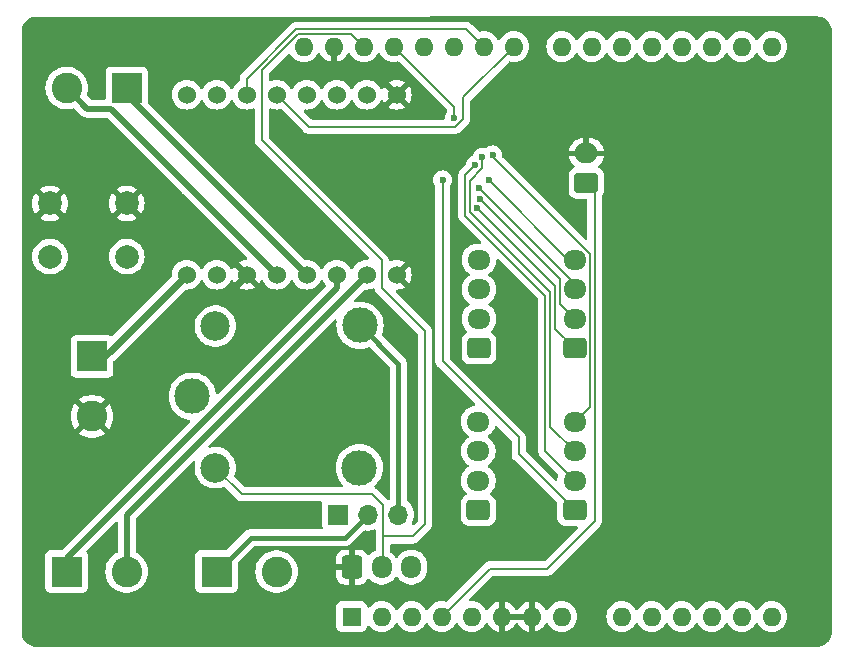
<source format=gbr>
%TF.GenerationSoftware,KiCad,Pcbnew,8.0.3*%
%TF.CreationDate,2024-06-17T22:46:01+08:00*%
%TF.ProjectId,uno_car,756e6f5f-6361-4722-9e6b-696361645f70,v1.0.2*%
%TF.SameCoordinates,Original*%
%TF.FileFunction,Copper,L2,Bot*%
%TF.FilePolarity,Positive*%
%FSLAX46Y46*%
G04 Gerber Fmt 4.6, Leading zero omitted, Abs format (unit mm)*
G04 Created by KiCad (PCBNEW 8.0.3) date 2024-06-17 22:46:01*
%MOMM*%
%LPD*%
G01*
G04 APERTURE LIST*
G04 Aperture macros list*
%AMRoundRect*
0 Rectangle with rounded corners*
0 $1 Rounding radius*
0 $2 $3 $4 $5 $6 $7 $8 $9 X,Y pos of 4 corners*
0 Add a 4 corners polygon primitive as box body*
4,1,4,$2,$3,$4,$5,$6,$7,$8,$9,$2,$3,0*
0 Add four circle primitives for the rounded corners*
1,1,$1+$1,$2,$3*
1,1,$1+$1,$4,$5*
1,1,$1+$1,$6,$7*
1,1,$1+$1,$8,$9*
0 Add four rect primitives between the rounded corners*
20,1,$1+$1,$2,$3,$4,$5,0*
20,1,$1+$1,$4,$5,$6,$7,0*
20,1,$1+$1,$6,$7,$8,$9,0*
20,1,$1+$1,$8,$9,$2,$3,0*%
G04 Aperture macros list end*
%TA.AperFunction,ComponentPad*%
%ADD10RoundRect,0.250000X0.725000X-0.600000X0.725000X0.600000X-0.725000X0.600000X-0.725000X-0.600000X0*%
%TD*%
%TA.AperFunction,ComponentPad*%
%ADD11O,1.950000X1.700000*%
%TD*%
%TA.AperFunction,ComponentPad*%
%ADD12R,2.600000X2.600000*%
%TD*%
%TA.AperFunction,ComponentPad*%
%ADD13C,2.600000*%
%TD*%
%TA.AperFunction,ComponentPad*%
%ADD14R,1.700000X1.700000*%
%TD*%
%TA.AperFunction,ComponentPad*%
%ADD15O,1.700000X1.700000*%
%TD*%
%TA.AperFunction,ComponentPad*%
%ADD16RoundRect,0.250000X0.750000X-0.600000X0.750000X0.600000X-0.750000X0.600000X-0.750000X-0.600000X0*%
%TD*%
%TA.AperFunction,ComponentPad*%
%ADD17O,2.000000X1.700000*%
%TD*%
%TA.AperFunction,ComponentPad*%
%ADD18C,3.000000*%
%TD*%
%TA.AperFunction,ComponentPad*%
%ADD19C,2.500000*%
%TD*%
%TA.AperFunction,ComponentPad*%
%ADD20C,2.000000*%
%TD*%
%TA.AperFunction,ComponentPad*%
%ADD21C,1.524000*%
%TD*%
%TA.AperFunction,ComponentPad*%
%ADD22RoundRect,0.250000X-0.600000X-0.725000X0.600000X-0.725000X0.600000X0.725000X-0.600000X0.725000X0*%
%TD*%
%TA.AperFunction,ComponentPad*%
%ADD23O,1.700000X1.950000*%
%TD*%
%TA.AperFunction,ComponentPad*%
%ADD24R,1.600000X1.600000*%
%TD*%
%TA.AperFunction,ComponentPad*%
%ADD25O,1.600000X1.600000*%
%TD*%
%TA.AperFunction,ViaPad*%
%ADD26C,0.600000*%
%TD*%
%TA.AperFunction,Conductor*%
%ADD27C,0.200000*%
%TD*%
%TA.AperFunction,Conductor*%
%ADD28C,0.600000*%
%TD*%
%TA.AperFunction,Conductor*%
%ADD29C,0.400000*%
%TD*%
%TA.AperFunction,Conductor*%
%ADD30C,0.500000*%
%TD*%
G04 APERTURE END LIST*
D10*
%TO.P,J9,1,Pin_1*%
%TO.N,Net-(J9-Pin_1)*%
X189050000Y-76350000D03*
D11*
%TO.P,J9,2,Pin_2*%
%TO.N,Net-(J9-Pin_2)*%
X189050000Y-73850000D03*
%TO.P,J9,3,Pin_3*%
%TO.N,Net-(J9-Pin_3)*%
X189050000Y-71350000D03*
%TO.P,J9,4,Pin_4*%
%TO.N,Net-(J9-Pin_4)*%
X189050000Y-68850000D03*
%TD*%
D10*
%TO.P,J8,1,Pin_1*%
%TO.N,Net-(J8-Pin_1)*%
X180900000Y-90050000D03*
D11*
%TO.P,J8,2,Pin_2*%
%TO.N,Net-(J8-Pin_2)*%
X180900000Y-87550000D03*
%TO.P,J8,3,Pin_3*%
%TO.N,Net-(J8-Pin_3)*%
X180900000Y-85050000D03*
%TO.P,J8,4,Pin_4*%
%TO.N,Net-(J8-Pin_4)*%
X180900000Y-82550000D03*
%TD*%
D12*
%TO.P,J5,1,Pin_1*%
%TO.N,Net-(J5-Pin_1)*%
X148183000Y-77022000D03*
D13*
%TO.P,J5,2,Pin_2*%
%TO.N,GND*%
X148183000Y-82102000D03*
%TD*%
D10*
%TO.P,J10,1,Pin_1*%
%TO.N,Net-(J10-Pin_1)*%
X189050000Y-90050000D03*
D11*
%TO.P,J10,2,Pin_2*%
%TO.N,Net-(J10-Pin_2)*%
X189050000Y-87550000D03*
%TO.P,J10,3,Pin_3*%
%TO.N,Net-(J10-Pin_3)*%
X189050000Y-85050000D03*
%TO.P,J10,4,Pin_4*%
%TO.N,Net-(J10-Pin_4)*%
X189050000Y-82550000D03*
%TD*%
D14*
%TO.P,JP1,1,A*%
%TO.N,Net-(JP1-A)*%
X169037000Y-90424000D03*
D15*
%TO.P,JP1,2,C*%
%TO.N,Net-(J2-Pin_1)*%
X171577000Y-90424000D03*
%TO.P,JP1,3,B*%
%TO.N,Net-(JP1-B)*%
X174117000Y-90424000D03*
%TD*%
D12*
%TO.P,J3,1,Pin_1*%
%TO.N,Net-(J3-Pin_1)*%
X151135000Y-54305000D03*
D13*
%TO.P,J3,2,Pin_2*%
%TO.N,Net-(J3-Pin_2)*%
X146055000Y-54305000D03*
%TD*%
D16*
%TO.P,J6,1,Pin_1*%
%TO.N,+3V3*%
X190050000Y-62350000D03*
D17*
%TO.P,J6,2,Pin_2*%
%TO.N,GND*%
X190050000Y-59850000D03*
%TD*%
D18*
%TO.P,K1,1*%
%TO.N,Net-(J2-Pin_2)*%
X156675000Y-80400000D03*
D19*
%TO.P,K1,2*%
%TO.N,/MIXER*%
X158625000Y-86450000D03*
D18*
%TO.P,K1,3*%
%TO.N,Net-(JP1-A)*%
X170825000Y-86450000D03*
%TO.P,K1,4*%
%TO.N,Net-(JP1-B)*%
X170875000Y-74400000D03*
D19*
%TO.P,K1,5*%
%TO.N,+5V*%
X158625000Y-74450000D03*
%TD*%
D10*
%TO.P,J7,1,Pin_1*%
%TO.N,Net-(J7-Pin_1)*%
X180950000Y-76350000D03*
D11*
%TO.P,J7,2,Pin_2*%
%TO.N,Net-(J7-Pin_2)*%
X180950000Y-73850000D03*
%TO.P,J7,3,Pin_3*%
%TO.N,Net-(J7-Pin_3)*%
X180950000Y-71350000D03*
%TO.P,J7,4,Pin_4*%
%TO.N,Net-(J7-Pin_4)*%
X180950000Y-68850000D03*
%TD*%
D20*
%TO.P,SW1,1,1*%
%TO.N,Net-(A1-~{RESET})*%
X151130000Y-68580000D03*
X144630000Y-68580000D03*
%TO.P,SW1,2,2*%
%TO.N,GND*%
X151130000Y-64080000D03*
X144630000Y-64080000D03*
%TD*%
D12*
%TO.P,J2,1,Pin_1*%
%TO.N,Net-(J2-Pin_1)*%
X158745000Y-95250000D03*
D13*
%TO.P,J2,2,Pin_2*%
%TO.N,Net-(J2-Pin_2)*%
X163825000Y-95250000D03*
%TD*%
D12*
%TO.P,J4,1,Pin_1*%
%TO.N,Net-(J4-Pin_1)*%
X146045000Y-95250000D03*
D13*
%TO.P,J4,2,Pin_2*%
%TO.N,Net-(J4-Pin_2)*%
X151125000Y-95250000D03*
%TD*%
D21*
%TO.P,U1,1,VM*%
%TO.N,Net-(J5-Pin_1)*%
X156210000Y-70104000D03*
%TO.P,U1,2,VCC*%
%TO.N,+5V*%
X158750000Y-70104000D03*
%TO.P,U1,3,GND*%
%TO.N,GND*%
X161290000Y-70104000D03*
%TO.P,U1,4,AO1*%
%TO.N,Net-(J3-Pin_2)*%
X163830000Y-70104000D03*
%TO.P,U1,5,AO2*%
%TO.N,Net-(J3-Pin_1)*%
X166370000Y-70104000D03*
%TO.P,U1,6,BO2*%
%TO.N,Net-(J4-Pin_1)*%
X168910000Y-70104000D03*
%TO.P,U1,7,BO1*%
%TO.N,Net-(J4-Pin_2)*%
X171450000Y-70104000D03*
%TO.P,U1,8,GND*%
%TO.N,GND*%
X173990000Y-70104000D03*
%TO.P,U1,9,PWMA*%
%TO.N,/PWMA*%
X156210000Y-54864000D03*
%TO.P,U1,10,AIN2*%
%TO.N,/AIN2*%
X158750000Y-54864000D03*
%TO.P,U1,11,AIN1*%
%TO.N,/AIN1*%
X161290000Y-54864000D03*
%TO.P,U1,12,STBY*%
%TO.N,/STBY*%
X163830000Y-54864000D03*
%TO.P,U1,13,BIN1*%
%TO.N,/BIN1*%
X166370000Y-54864000D03*
%TO.P,U1,14,BIN2*%
%TO.N,/BIN2*%
X168910000Y-54864000D03*
%TO.P,U1,15,PWMB*%
%TO.N,/PWMB*%
X171450000Y-54864000D03*
%TO.P,U1,16,GND*%
%TO.N,GND*%
X173990000Y-54864000D03*
%TD*%
D22*
%TO.P,J1,1,Pin_1*%
%TO.N,GND*%
X170220000Y-94869000D03*
D23*
%TO.P,J1,2,Pin_2*%
%TO.N,/MIXER*%
X172720000Y-94869000D03*
%TO.P,J1,3,Pin_3*%
%TO.N,+5V*%
X175220000Y-94869000D03*
%TD*%
D24*
%TO.P,A1,1,NC*%
%TO.N,unconnected-(A1-NC-Pad1)*%
X170180000Y-99060000D03*
D25*
%TO.P,A1,2,IOREF*%
%TO.N,unconnected-(A1-IOREF-Pad2)*%
X172720000Y-99060000D03*
%TO.P,A1,3,~{RESET}*%
%TO.N,Net-(A1-~{RESET})*%
X175260000Y-99060000D03*
%TO.P,A1,4,3V3*%
%TO.N,+3V3*%
X177800000Y-99060000D03*
%TO.P,A1,5,+5V*%
%TO.N,+5V*%
X180340000Y-99060000D03*
%TO.P,A1,6,GND*%
%TO.N,GND*%
X182880000Y-99060000D03*
%TO.P,A1,7,GND*%
X185420000Y-99060000D03*
%TO.P,A1,8,VIN*%
%TO.N,VCC*%
X187960000Y-99060000D03*
%TO.P,A1,9,A0*%
%TO.N,/SIG*%
X193040000Y-99060000D03*
%TO.P,A1,10,A1*%
%TO.N,/LEDS_CK*%
X195580000Y-99060000D03*
%TO.P,A1,11,A2*%
%TO.N,/LEDS_LATCH*%
X198120000Y-99060000D03*
%TO.P,A1,12,A3*%
%TO.N,/LEDS_DATA*%
X200660000Y-99060000D03*
%TO.P,A1,13,SDA/A4*%
%TO.N,unconnected-(A1-SDA{slash}A4-Pad13)*%
X203200000Y-99060000D03*
%TO.P,A1,14,SCL/A5*%
%TO.N,unconnected-(A1-SCL{slash}A5-Pad14)*%
X205740000Y-99060000D03*
%TO.P,A1,15,D0/RX*%
%TO.N,Net-(A1-D0{slash}RX)*%
X205740000Y-50800000D03*
%TO.P,A1,16,D1/TX*%
%TO.N,Net-(A1-D1{slash}TX)*%
X203200000Y-50800000D03*
%TO.P,A1,17,D2*%
%TO.N,/S0*%
X200660000Y-50800000D03*
%TO.P,A1,18,D3*%
%TO.N,/S1*%
X198120000Y-50800000D03*
%TO.P,A1,19,D4*%
%TO.N,/S2*%
X195580000Y-50800000D03*
%TO.P,A1,20,D5*%
%TO.N,/PWMB*%
X193040000Y-50800000D03*
%TO.P,A1,21,D6*%
%TO.N,/BIN2*%
X190500000Y-50800000D03*
%TO.P,A1,22,D7*%
%TO.N,/BIN1*%
X187960000Y-50800000D03*
%TO.P,A1,23,D8*%
%TO.N,/STBY*%
X183900000Y-50800000D03*
%TO.P,A1,24,D9*%
%TO.N,/AIN1*%
X181360000Y-50800000D03*
%TO.P,A1,25,D10*%
%TO.N,/AIN2*%
X178820000Y-50800000D03*
%TO.P,A1,26,D11*%
%TO.N,/PWMA*%
X176280000Y-50800000D03*
%TO.P,A1,27,D12*%
%TO.N,/S3*%
X173740000Y-50800000D03*
%TO.P,A1,28,D13*%
%TO.N,/MIXER*%
X171200000Y-50800000D03*
%TO.P,A1,29,GND*%
%TO.N,GND*%
X168660000Y-50800000D03*
%TO.P,A1,30,AREF*%
%TO.N,unconnected-(A1-AREF-Pad30)*%
X166120000Y-50800000D03*
%TD*%
D26*
%TO.N,GND*%
X195850000Y-95520000D03*
X194450000Y-96660000D03*
X167640000Y-76200000D03*
X174025000Y-74950000D03*
X187855000Y-57580900D03*
X197130000Y-94250000D03*
%TO.N,/S3*%
X178846000Y-56835300D03*
%TO.N,Net-(J9-Pin_1)*%
X180814000Y-64467600D03*
%TO.N,Net-(J9-Pin_2)*%
X181041283Y-63700563D03*
%TO.N,Net-(J9-Pin_4)*%
X181795700Y-62125000D03*
%TO.N,Net-(J9-Pin_3)*%
X180964249Y-62775000D03*
%TO.N,Net-(J10-Pin_1)*%
X177867000Y-62085700D03*
%TO.N,Net-(J10-Pin_2)*%
X180636000Y-60825000D03*
%TO.N,Net-(J10-Pin_4)*%
X182100000Y-59961300D03*
%TO.N,Net-(J10-Pin_3)*%
X181233192Y-60175000D03*
%TD*%
D27*
%TO.N,GND*%
X187855000Y-57580900D02*
X187855000Y-59045000D01*
X168750000Y-100150000D02*
X169150000Y-100550000D01*
X170450000Y-96600000D02*
X175800000Y-96600000D01*
X170220000Y-96370000D02*
X168750000Y-97840000D01*
X188650000Y-59850000D02*
X187850000Y-59050000D01*
X177150000Y-95250000D02*
X177150000Y-73264000D01*
X175800000Y-96600000D02*
X177150000Y-95250000D01*
X187850000Y-59050000D02*
X179150000Y-59050000D01*
X169150000Y-100550000D02*
X182880000Y-100550000D01*
X174980000Y-63220000D02*
X174980000Y-69114000D01*
X151130000Y-64080000D02*
X153700000Y-66650000D01*
X190050000Y-59850000D02*
X188650000Y-59850000D01*
D28*
X148183000Y-82102000D02*
X158285000Y-72000000D01*
D27*
X179150000Y-59050000D02*
X174980000Y-63220000D01*
X169600000Y-52950000D02*
X172076000Y-52950000D01*
X157836000Y-66650000D02*
X161290000Y-70104000D01*
X174980000Y-69114000D02*
X173990000Y-70104000D01*
X170220000Y-94869000D02*
X170220000Y-96370000D01*
D28*
X158285000Y-72000000D02*
X159394000Y-72000000D01*
D27*
X182880000Y-100550000D02*
X182880000Y-99060000D01*
X168750000Y-97840000D02*
X168750000Y-100150000D01*
X168660000Y-50800000D02*
X168660000Y-52010000D01*
X172076000Y-52950000D02*
X173990000Y-54864000D01*
D28*
X159394000Y-72000000D02*
X161290000Y-70104000D01*
D27*
X153700000Y-66650000D02*
X157836000Y-66650000D01*
X168660000Y-52010000D02*
X169600000Y-52950000D01*
X187855000Y-59045000D02*
X187850000Y-59050000D01*
X170220000Y-96370000D02*
X170450000Y-96600000D01*
X177150000Y-73264000D02*
X173990000Y-70104000D01*
%TO.N,+3V3*%
X181870000Y-94990000D02*
X186750000Y-94990000D01*
X177800000Y-99060000D02*
X181870000Y-94990000D01*
X186750000Y-94990000D02*
X190733000Y-91007000D01*
X190733000Y-91007000D02*
X190733000Y-63033400D01*
X190733000Y-63033400D02*
X190050000Y-62350000D01*
%TO.N,/STBY*%
X179625000Y-56904829D02*
X178954829Y-57575000D01*
X179625000Y-55075000D02*
X179625000Y-56904829D01*
X166541000Y-57575000D02*
X163830000Y-54864000D01*
X178954829Y-57575000D02*
X166541000Y-57575000D01*
X183900000Y-50800000D02*
X179625000Y-55075000D01*
%TO.N,/AIN1*%
X179860000Y-49300000D02*
X165498679Y-49300000D01*
X181360000Y-50800000D02*
X179860000Y-49300000D01*
X161290000Y-53508679D02*
X161290000Y-54864000D01*
X165498679Y-49300000D02*
X161290000Y-53508679D01*
%TO.N,/S3*%
X178846000Y-55906000D02*
X178846000Y-56835300D01*
X173740000Y-50800000D02*
X178846000Y-55906000D01*
%TO.N,/MIXER*%
X170100000Y-49700000D02*
X165664365Y-49700000D01*
X172725000Y-71225000D02*
X176400000Y-74900000D01*
X175325000Y-92275000D02*
X172850000Y-92275000D01*
X171900000Y-88700000D02*
X160875000Y-88700000D01*
X165664365Y-49700000D02*
X162575000Y-52789365D01*
X176400000Y-91200000D02*
X175325000Y-92275000D01*
X162575000Y-52789365D02*
X162575000Y-58750000D01*
X176400000Y-74900000D02*
X176400000Y-91200000D01*
X171200000Y-50800000D02*
X170100000Y-49700000D01*
X162575000Y-58750000D02*
X172725000Y-68900000D01*
X172850000Y-94739000D02*
X172850000Y-92275000D01*
X172850000Y-89650000D02*
X171900000Y-88700000D01*
X172725000Y-68900000D02*
X172725000Y-71225000D01*
X172720000Y-94869000D02*
X172850000Y-94739000D01*
X172850000Y-92275000D02*
X172850000Y-89650000D01*
X160875000Y-88700000D02*
X158625000Y-86450000D01*
D29*
%TO.N,Net-(J2-Pin_1)*%
X169625000Y-92375000D02*
X161620000Y-92375000D01*
X161620000Y-92375000D02*
X158745000Y-95250000D01*
D27*
X171577000Y-90424000D02*
X171576000Y-90424000D01*
D29*
X171576000Y-90424000D02*
X169625000Y-92375000D01*
D30*
%TO.N,Net-(J3-Pin_1)*%
X151135000Y-54869000D02*
X166370000Y-70104000D01*
X151135000Y-54305000D02*
X151135000Y-54869000D01*
%TO.N,Net-(J4-Pin_1)*%
X146045000Y-94105000D02*
X168910000Y-71240000D01*
X168910000Y-71240000D02*
X168910000Y-70104000D01*
X146045000Y-95250000D02*
X146045000Y-94105000D01*
%TO.N,Net-(J4-Pin_2)*%
X171450000Y-70104000D02*
X151125000Y-90429000D01*
X151125000Y-90429000D02*
X151125000Y-95250000D01*
D28*
%TO.N,Net-(J5-Pin_1)*%
X148183000Y-77022000D02*
X149292000Y-77022000D01*
X149292000Y-77022000D02*
X156210000Y-70104000D01*
D27*
%TO.N,Net-(J9-Pin_1)*%
X189050000Y-76350000D02*
X187375000Y-74675000D01*
X187375000Y-71028600D02*
X180814000Y-64467600D01*
X187375000Y-74675000D02*
X187375000Y-71028600D01*
%TO.N,Net-(J9-Pin_2)*%
X187775000Y-70449300D02*
X187775000Y-72575000D01*
X181041283Y-63715583D02*
X187775000Y-70449300D01*
X187775000Y-72575000D02*
X189050000Y-73850000D01*
X181041283Y-63700563D02*
X181041283Y-63715583D01*
%TO.N,Net-(J9-Pin_4)*%
X188520700Y-68850000D02*
X189050000Y-68850000D01*
X181795700Y-62125000D02*
X188520700Y-68850000D01*
%TO.N,Net-(J9-Pin_3)*%
X180964249Y-62775000D02*
X189050000Y-70860751D01*
X189050000Y-70860751D02*
X189050000Y-71350000D01*
D29*
%TO.N,Net-(JP1-B)*%
X170875000Y-74400000D02*
X174117000Y-77642000D01*
X174117000Y-77642000D02*
X174117000Y-90424000D01*
D30*
%TO.N,Net-(J3-Pin_2)*%
X146055000Y-54305000D02*
X147805000Y-56055000D01*
X147805000Y-56055000D02*
X149781000Y-56055000D01*
X149781000Y-56055000D02*
X163830000Y-70104000D01*
D27*
%TO.N,Net-(J10-Pin_1)*%
X184320000Y-85320000D02*
X189050000Y-90050000D01*
X177867000Y-77442000D02*
X184320000Y-83895000D01*
X177867000Y-62085700D02*
X177867000Y-77442000D01*
X184320000Y-83895000D02*
X184320000Y-85320000D01*
%TO.N,Net-(J10-Pin_2)*%
X179809000Y-65129000D02*
X186575000Y-71895000D01*
X180636000Y-60825000D02*
X179809000Y-61652000D01*
X186575000Y-71895000D02*
X186575000Y-85075000D01*
X186575000Y-85075000D02*
X189050000Y-87550000D01*
X179809000Y-61652000D02*
X179809000Y-65129000D01*
%TO.N,Net-(J10-Pin_4)*%
X190328000Y-81272000D02*
X189050000Y-82550000D01*
X190328000Y-68360200D02*
X190328000Y-81272000D01*
X182100000Y-59961300D02*
X182100000Y-60132200D01*
X182100000Y-60132200D02*
X190328000Y-68360200D01*
%TO.N,Net-(J10-Pin_3)*%
X180209000Y-64776900D02*
X183104000Y-67672000D01*
X183104100Y-67672000D02*
X186975000Y-71542900D01*
X181236000Y-60177808D02*
X181236000Y-61113500D01*
X186975000Y-82975000D02*
X189050000Y-85050000D01*
X183104000Y-67672000D02*
X183104100Y-67672000D01*
X181233192Y-60175000D02*
X181236000Y-60177808D01*
X181236000Y-61113500D02*
X180209000Y-62140500D01*
X180209000Y-62140500D02*
X180209000Y-64776900D01*
X186975000Y-71542900D02*
X186975000Y-82975000D01*
%TD*%
%TA.AperFunction,Conductor*%
%TO.N,GND*%
G36*
X184954075Y-98867007D02*
G01*
X184920000Y-98994174D01*
X184920000Y-99125826D01*
X184954075Y-99252993D01*
X184986988Y-99310000D01*
X183313012Y-99310000D01*
X183345925Y-99252993D01*
X183380000Y-99125826D01*
X183380000Y-98994174D01*
X183345925Y-98867007D01*
X183313012Y-98810000D01*
X184986988Y-98810000D01*
X184954075Y-98867007D01*
G37*
%TD.AperFunction*%
%TA.AperFunction,Conductor*%
G36*
X172094472Y-71276473D02*
G01*
X172132712Y-71334950D01*
X172133788Y-71338723D01*
X172142389Y-71370821D01*
X172165423Y-71456785D01*
X172169498Y-71463843D01*
X172244477Y-71593712D01*
X172244481Y-71593717D01*
X172363349Y-71712585D01*
X172363355Y-71712590D01*
X175763181Y-75112416D01*
X175796666Y-75173739D01*
X175799500Y-75200097D01*
X175799500Y-90899902D01*
X175779815Y-90966941D01*
X175763181Y-90987583D01*
X175457310Y-91293454D01*
X175395987Y-91326939D01*
X175326295Y-91321955D01*
X175270362Y-91280083D01*
X175245945Y-91214619D01*
X175260797Y-91146346D01*
X175268055Y-91134649D01*
X175291031Y-91101836D01*
X175291031Y-91101834D01*
X175291035Y-91101830D01*
X175390903Y-90887663D01*
X175452063Y-90659408D01*
X175472659Y-90424000D01*
X175452063Y-90188592D01*
X175390903Y-89960337D01*
X175291035Y-89746171D01*
X175155495Y-89552599D01*
X175155494Y-89552597D01*
X174988404Y-89385508D01*
X174988401Y-89385505D01*
X174988396Y-89385501D01*
X174988393Y-89385499D01*
X174870376Y-89302861D01*
X174826751Y-89248284D01*
X174817500Y-89201287D01*
X174817500Y-77573004D01*
X174790581Y-77437676D01*
X174790578Y-77437667D01*
X174782704Y-77418659D01*
X174782702Y-77418654D01*
X174759624Y-77362939D01*
X174744117Y-77325500D01*
X174737775Y-77310189D01*
X174737773Y-77310186D01*
X174737771Y-77310182D01*
X174661115Y-77195459D01*
X174633917Y-77168261D01*
X174563542Y-77097886D01*
X172755567Y-75289911D01*
X172722082Y-75228588D01*
X172727066Y-75158897D01*
X172730856Y-75148735D01*
X172799369Y-74965046D01*
X172860196Y-74685428D01*
X172880610Y-74400000D01*
X172860196Y-74114572D01*
X172841812Y-74030064D01*
X172799371Y-73834962D01*
X172799370Y-73834960D01*
X172799369Y-73834954D01*
X172699367Y-73566839D01*
X172681304Y-73533760D01*
X172562229Y-73315690D01*
X172562224Y-73315682D01*
X172390745Y-73086612D01*
X172390729Y-73086594D01*
X172188405Y-72884270D01*
X172188387Y-72884254D01*
X171959317Y-72712775D01*
X171959309Y-72712770D01*
X171708166Y-72575635D01*
X171708167Y-72575635D01*
X171541791Y-72513580D01*
X171440046Y-72475631D01*
X171440043Y-72475630D01*
X171440037Y-72475628D01*
X171160433Y-72414804D01*
X170875001Y-72394390D01*
X170874999Y-72394390D01*
X170589566Y-72414804D01*
X170589562Y-72414805D01*
X170505064Y-72433186D01*
X170435373Y-72428201D01*
X170379439Y-72386330D01*
X170355023Y-72320865D01*
X170369875Y-72252592D01*
X170391023Y-72224342D01*
X171219727Y-71395638D01*
X171281048Y-71362155D01*
X171318211Y-71359793D01*
X171410223Y-71367843D01*
X171449999Y-71371323D01*
X171450000Y-71371323D01*
X171450002Y-71371323D01*
X171516776Y-71365481D01*
X171670068Y-71352070D01*
X171883450Y-71294894D01*
X171961614Y-71258445D01*
X172030688Y-71247954D01*
X172094472Y-71276473D01*
G37*
%TD.AperFunction*%
%TA.AperFunction,Conductor*%
G36*
X168830354Y-73887525D02*
G01*
X168886287Y-73929397D01*
X168910704Y-73994861D01*
X168908186Y-74030064D01*
X168889805Y-74114562D01*
X168889804Y-74114566D01*
X168869390Y-74399998D01*
X168869390Y-74400001D01*
X168889804Y-74685433D01*
X168950628Y-74965037D01*
X168950629Y-74965039D01*
X168950631Y-74965046D01*
X169019144Y-75148735D01*
X169050635Y-75233166D01*
X169187770Y-75484309D01*
X169187775Y-75484317D01*
X169359254Y-75713387D01*
X169359270Y-75713405D01*
X169561594Y-75915729D01*
X169561612Y-75915745D01*
X169790682Y-76087224D01*
X169790690Y-76087229D01*
X170041833Y-76224364D01*
X170041832Y-76224364D01*
X170041836Y-76224365D01*
X170041839Y-76224367D01*
X170309954Y-76324369D01*
X170309960Y-76324370D01*
X170309962Y-76324371D01*
X170589566Y-76385195D01*
X170589568Y-76385195D01*
X170589572Y-76385196D01*
X170843220Y-76403337D01*
X170874999Y-76405610D01*
X170875000Y-76405610D01*
X170875001Y-76405610D01*
X170903595Y-76403564D01*
X171160428Y-76385196D01*
X171440046Y-76324369D01*
X171633897Y-76252065D01*
X171703588Y-76247082D01*
X171764911Y-76280567D01*
X173380181Y-77895837D01*
X173413666Y-77957160D01*
X173416500Y-77983518D01*
X173416500Y-89067903D01*
X173396815Y-89134942D01*
X173344011Y-89180697D01*
X173274853Y-89190641D01*
X173211297Y-89161616D01*
X173204819Y-89155584D01*
X172387590Y-88338355D01*
X172387588Y-88338352D01*
X172268717Y-88219481D01*
X172268712Y-88219477D01*
X172165180Y-88159703D01*
X172116964Y-88109136D01*
X172103741Y-88040529D01*
X172129709Y-87975664D01*
X172139499Y-87964635D01*
X172340729Y-87763405D01*
X172340739Y-87763395D01*
X172512226Y-87534315D01*
X172649367Y-87283161D01*
X172749369Y-87015046D01*
X172810196Y-86735428D01*
X172830610Y-86450000D01*
X172810196Y-86164572D01*
X172791822Y-86080109D01*
X172749371Y-85884962D01*
X172749370Y-85884960D01*
X172749369Y-85884954D01*
X172649367Y-85616839D01*
X172554834Y-85443716D01*
X172512229Y-85365690D01*
X172512224Y-85365682D01*
X172340745Y-85136612D01*
X172340729Y-85136594D01*
X172138405Y-84934270D01*
X172138387Y-84934254D01*
X171909317Y-84762775D01*
X171909309Y-84762770D01*
X171658166Y-84625635D01*
X171658167Y-84625635D01*
X171541925Y-84582279D01*
X171390046Y-84525631D01*
X171390043Y-84525630D01*
X171390037Y-84525628D01*
X171110433Y-84464804D01*
X170825001Y-84444390D01*
X170824999Y-84444390D01*
X170539566Y-84464804D01*
X170259962Y-84525628D01*
X169991833Y-84625635D01*
X169740690Y-84762770D01*
X169740682Y-84762775D01*
X169511612Y-84934254D01*
X169511594Y-84934270D01*
X169309270Y-85136594D01*
X169309254Y-85136612D01*
X169137775Y-85365682D01*
X169137770Y-85365690D01*
X169000635Y-85616833D01*
X168900628Y-85884962D01*
X168839804Y-86164566D01*
X168819390Y-86449998D01*
X168819390Y-86450001D01*
X168839804Y-86735433D01*
X168900628Y-87015037D01*
X168900630Y-87015043D01*
X168900631Y-87015046D01*
X168987519Y-87248001D01*
X169000635Y-87283166D01*
X169137770Y-87534309D01*
X169137775Y-87534317D01*
X169309254Y-87763387D01*
X169309270Y-87763405D01*
X169433684Y-87887819D01*
X169467169Y-87949142D01*
X169462185Y-88018834D01*
X169420313Y-88074767D01*
X169354849Y-88099184D01*
X169346003Y-88099500D01*
X161175098Y-88099500D01*
X161108059Y-88079815D01*
X161087417Y-88063181D01*
X160272237Y-87248001D01*
X160238752Y-87186678D01*
X160243736Y-87116986D01*
X160244467Y-87115075D01*
X160302420Y-86967416D01*
X160360802Y-86711630D01*
X160375170Y-86519896D01*
X160380408Y-86450004D01*
X160380408Y-86449995D01*
X160360803Y-86188379D01*
X160360802Y-86188374D01*
X160360802Y-86188370D01*
X160302420Y-85932584D01*
X160206568Y-85688357D01*
X160075386Y-85461143D01*
X159911805Y-85256019D01*
X159911804Y-85256018D01*
X159911801Y-85256014D01*
X159719479Y-85077567D01*
X159673864Y-85046467D01*
X159502704Y-84929772D01*
X159502700Y-84929770D01*
X159502697Y-84929768D01*
X159502696Y-84929767D01*
X159266325Y-84815938D01*
X159266327Y-84815938D01*
X159015623Y-84738606D01*
X159015619Y-84738605D01*
X159015615Y-84738604D01*
X158890823Y-84719794D01*
X158756187Y-84699500D01*
X158756182Y-84699500D01*
X158493818Y-84699500D01*
X158493812Y-84699500D01*
X158332247Y-84723853D01*
X158234385Y-84738604D01*
X158234382Y-84738605D01*
X158234380Y-84738605D01*
X158195023Y-84750745D01*
X158125160Y-84751694D01*
X158065874Y-84714721D01*
X158035988Y-84651566D01*
X158044991Y-84582279D01*
X158070791Y-84544575D01*
X168699341Y-73916024D01*
X168760662Y-73882541D01*
X168830354Y-73887525D01*
G37*
%TD.AperFunction*%
%TA.AperFunction,Conductor*%
G36*
X168910000Y-52078872D02*
G01*
X169106317Y-52026269D01*
X169106326Y-52026265D01*
X169312482Y-51930134D01*
X169498820Y-51799657D01*
X169659657Y-51638820D01*
X169790132Y-51452484D01*
X169817341Y-51394134D01*
X169863513Y-51341695D01*
X169930707Y-51322542D01*
X169997588Y-51342757D01*
X170042106Y-51394133D01*
X170069431Y-51452732D01*
X170069432Y-51452734D01*
X170199954Y-51639141D01*
X170360858Y-51800045D01*
X170360861Y-51800047D01*
X170547266Y-51930568D01*
X170753504Y-52026739D01*
X170973308Y-52085635D01*
X171115361Y-52098063D01*
X171199998Y-52105468D01*
X171200000Y-52105468D01*
X171200002Y-52105468D01*
X171256673Y-52100509D01*
X171426692Y-52085635D01*
X171646496Y-52026739D01*
X171852734Y-51930568D01*
X172039139Y-51800047D01*
X172200047Y-51639139D01*
X172330568Y-51452734D01*
X172357618Y-51394724D01*
X172403790Y-51342285D01*
X172470983Y-51323133D01*
X172537865Y-51343348D01*
X172582382Y-51394725D01*
X172609429Y-51452728D01*
X172609432Y-51452734D01*
X172739954Y-51639141D01*
X172900858Y-51800045D01*
X172900861Y-51800047D01*
X173087266Y-51930568D01*
X173293504Y-52026739D01*
X173513308Y-52085635D01*
X173655361Y-52098063D01*
X173739998Y-52105468D01*
X173740000Y-52105468D01*
X173740002Y-52105468D01*
X173796673Y-52100509D01*
X173966692Y-52085635D01*
X174062932Y-52059847D01*
X174132781Y-52061510D01*
X174182706Y-52091941D01*
X178209181Y-56118416D01*
X178242666Y-56179739D01*
X178245500Y-56206097D01*
X178245500Y-56252887D01*
X178225815Y-56319926D01*
X178218450Y-56330196D01*
X178216186Y-56333034D01*
X178120211Y-56485776D01*
X178060631Y-56656045D01*
X178060630Y-56656050D01*
X178040435Y-56835296D01*
X178040435Y-56835302D01*
X178040583Y-56836616D01*
X178040435Y-56837461D01*
X178040435Y-56842264D01*
X178039594Y-56842264D01*
X178028529Y-56905438D01*
X177981180Y-56956817D01*
X177917363Y-56974500D01*
X166841097Y-56974500D01*
X166774058Y-56954815D01*
X166753416Y-56938181D01*
X166146861Y-56331626D01*
X166113376Y-56270303D01*
X166118360Y-56200611D01*
X166160232Y-56144678D01*
X166225696Y-56120261D01*
X166245339Y-56120416D01*
X166357530Y-56130232D01*
X166369999Y-56131323D01*
X166370000Y-56131323D01*
X166370002Y-56131323D01*
X166425017Y-56126509D01*
X166590068Y-56112070D01*
X166803450Y-56054894D01*
X167003662Y-55961534D01*
X167184620Y-55834826D01*
X167340826Y-55678620D01*
X167467534Y-55497662D01*
X167527618Y-55368811D01*
X167573790Y-55316371D01*
X167640983Y-55297219D01*
X167707865Y-55317435D01*
X167752382Y-55368811D01*
X167812464Y-55497658D01*
X167812468Y-55497666D01*
X167939170Y-55678615D01*
X167939175Y-55678621D01*
X168095378Y-55834824D01*
X168095384Y-55834829D01*
X168276333Y-55961531D01*
X168276335Y-55961532D01*
X168276338Y-55961534D01*
X168476550Y-56054894D01*
X168689932Y-56112070D01*
X168836743Y-56124914D01*
X168909998Y-56131323D01*
X168910000Y-56131323D01*
X168910002Y-56131323D01*
X168965017Y-56126509D01*
X169130068Y-56112070D01*
X169343450Y-56054894D01*
X169543662Y-55961534D01*
X169724620Y-55834826D01*
X169880826Y-55678620D01*
X170007534Y-55497662D01*
X170067618Y-55368811D01*
X170113790Y-55316371D01*
X170180983Y-55297219D01*
X170247865Y-55317435D01*
X170292382Y-55368811D01*
X170352464Y-55497658D01*
X170352468Y-55497666D01*
X170479170Y-55678615D01*
X170479175Y-55678621D01*
X170635378Y-55834824D01*
X170635384Y-55834829D01*
X170816333Y-55961531D01*
X170816335Y-55961532D01*
X170816338Y-55961534D01*
X171016550Y-56054894D01*
X171229932Y-56112070D01*
X171376743Y-56124914D01*
X171449998Y-56131323D01*
X171450000Y-56131323D01*
X171450002Y-56131323D01*
X171505017Y-56126509D01*
X171670068Y-56112070D01*
X171883450Y-56054894D01*
X172083662Y-55961534D01*
X172264620Y-55834826D01*
X172420826Y-55678620D01*
X172547534Y-55497662D01*
X172607894Y-55368218D01*
X172654066Y-55315779D01*
X172721259Y-55296627D01*
X172788141Y-55316843D01*
X172832658Y-55368219D01*
X172892898Y-55497405D01*
X172892901Y-55497411D01*
X172938258Y-55562187D01*
X172938259Y-55562188D01*
X173609000Y-54891447D01*
X173609000Y-54914160D01*
X173634964Y-55011061D01*
X173685124Y-55097940D01*
X173756060Y-55168876D01*
X173842939Y-55219036D01*
X173939840Y-55245000D01*
X173962553Y-55245000D01*
X173291810Y-55915740D01*
X173356590Y-55961099D01*
X173356592Y-55961100D01*
X173556715Y-56054419D01*
X173556729Y-56054424D01*
X173770013Y-56111573D01*
X173770023Y-56111575D01*
X173989999Y-56130821D01*
X173990001Y-56130821D01*
X174209976Y-56111575D01*
X174209986Y-56111573D01*
X174423270Y-56054424D01*
X174423284Y-56054419D01*
X174623407Y-55961100D01*
X174623417Y-55961094D01*
X174688188Y-55915741D01*
X174017448Y-55245000D01*
X174040160Y-55245000D01*
X174137061Y-55219036D01*
X174223940Y-55168876D01*
X174294876Y-55097940D01*
X174345036Y-55011061D01*
X174371000Y-54914160D01*
X174371000Y-54891447D01*
X175041741Y-55562188D01*
X175087094Y-55497417D01*
X175087100Y-55497407D01*
X175180419Y-55297284D01*
X175180424Y-55297270D01*
X175237573Y-55083986D01*
X175237575Y-55083976D01*
X175256821Y-54864000D01*
X175256821Y-54863999D01*
X175237575Y-54644023D01*
X175237573Y-54644013D01*
X175180424Y-54430729D01*
X175180420Y-54430720D01*
X175087096Y-54230586D01*
X175041741Y-54165811D01*
X175041740Y-54165810D01*
X174371000Y-54836551D01*
X174371000Y-54813840D01*
X174345036Y-54716939D01*
X174294876Y-54630060D01*
X174223940Y-54559124D01*
X174137061Y-54508964D01*
X174040160Y-54483000D01*
X174017448Y-54483000D01*
X174688188Y-53812259D01*
X174688187Y-53812258D01*
X174623411Y-53766901D01*
X174623405Y-53766898D01*
X174423284Y-53673580D01*
X174423270Y-53673575D01*
X174209986Y-53616426D01*
X174209976Y-53616424D01*
X173990001Y-53597179D01*
X173989999Y-53597179D01*
X173770023Y-53616424D01*
X173770013Y-53616426D01*
X173556729Y-53673575D01*
X173556720Y-53673579D01*
X173356590Y-53766901D01*
X173291811Y-53812258D01*
X173962553Y-54483000D01*
X173939840Y-54483000D01*
X173842939Y-54508964D01*
X173756060Y-54559124D01*
X173685124Y-54630060D01*
X173634964Y-54716939D01*
X173609000Y-54813840D01*
X173609000Y-54836553D01*
X172938258Y-54165811D01*
X172892901Y-54230590D01*
X172832658Y-54359781D01*
X172786485Y-54412220D01*
X172719292Y-54431372D01*
X172652411Y-54411156D01*
X172607894Y-54359781D01*
X172547534Y-54230340D01*
X172547533Y-54230338D01*
X172420827Y-54049381D01*
X172407343Y-54035897D01*
X172264620Y-53893174D01*
X172264616Y-53893171D01*
X172264615Y-53893170D01*
X172083666Y-53766468D01*
X172083662Y-53766466D01*
X172039202Y-53745734D01*
X171883450Y-53673106D01*
X171883447Y-53673105D01*
X171883445Y-53673104D01*
X171670070Y-53615930D01*
X171670062Y-53615929D01*
X171450002Y-53596677D01*
X171449998Y-53596677D01*
X171229937Y-53615929D01*
X171229929Y-53615930D01*
X171016554Y-53673104D01*
X171016550Y-53673106D01*
X171015544Y-53673575D01*
X170816340Y-53766465D01*
X170816338Y-53766466D01*
X170635377Y-53893175D01*
X170479175Y-54049377D01*
X170352466Y-54230338D01*
X170352465Y-54230340D01*
X170292382Y-54359189D01*
X170246209Y-54411628D01*
X170179016Y-54430780D01*
X170112135Y-54410564D01*
X170067618Y-54359189D01*
X170007534Y-54230340D01*
X170007533Y-54230338D01*
X169880827Y-54049381D01*
X169867343Y-54035897D01*
X169724620Y-53893174D01*
X169724616Y-53893171D01*
X169724615Y-53893170D01*
X169543666Y-53766468D01*
X169543662Y-53766466D01*
X169499202Y-53745734D01*
X169343450Y-53673106D01*
X169343447Y-53673105D01*
X169343445Y-53673104D01*
X169130070Y-53615930D01*
X169130062Y-53615929D01*
X168910002Y-53596677D01*
X168909998Y-53596677D01*
X168689937Y-53615929D01*
X168689929Y-53615930D01*
X168476554Y-53673104D01*
X168476550Y-53673106D01*
X168475544Y-53673575D01*
X168276340Y-53766465D01*
X168276338Y-53766466D01*
X168095377Y-53893175D01*
X167939175Y-54049377D01*
X167812466Y-54230338D01*
X167812465Y-54230340D01*
X167752382Y-54359189D01*
X167706209Y-54411628D01*
X167639016Y-54430780D01*
X167572135Y-54410564D01*
X167527618Y-54359189D01*
X167467534Y-54230340D01*
X167467533Y-54230338D01*
X167340827Y-54049381D01*
X167327343Y-54035897D01*
X167184620Y-53893174D01*
X167184616Y-53893171D01*
X167184615Y-53893170D01*
X167003666Y-53766468D01*
X167003662Y-53766466D01*
X166959202Y-53745734D01*
X166803450Y-53673106D01*
X166803447Y-53673105D01*
X166803445Y-53673104D01*
X166590070Y-53615930D01*
X166590062Y-53615929D01*
X166370002Y-53596677D01*
X166369998Y-53596677D01*
X166149937Y-53615929D01*
X166149929Y-53615930D01*
X165936554Y-53673104D01*
X165936550Y-53673106D01*
X165935544Y-53673575D01*
X165736340Y-53766465D01*
X165736338Y-53766466D01*
X165555377Y-53893175D01*
X165399175Y-54049377D01*
X165272466Y-54230338D01*
X165272465Y-54230340D01*
X165212382Y-54359189D01*
X165166209Y-54411628D01*
X165099016Y-54430780D01*
X165032135Y-54410564D01*
X164987618Y-54359189D01*
X164927534Y-54230340D01*
X164927533Y-54230338D01*
X164800827Y-54049381D01*
X164787343Y-54035897D01*
X164644620Y-53893174D01*
X164644616Y-53893171D01*
X164644615Y-53893170D01*
X164463666Y-53766468D01*
X164463662Y-53766466D01*
X164419202Y-53745734D01*
X164263450Y-53673106D01*
X164263447Y-53673105D01*
X164263445Y-53673104D01*
X164050070Y-53615930D01*
X164050062Y-53615929D01*
X163830002Y-53596677D01*
X163829998Y-53596677D01*
X163609937Y-53615929D01*
X163609929Y-53615930D01*
X163396554Y-53673104D01*
X163396552Y-53673105D01*
X163351904Y-53693925D01*
X163282826Y-53704416D01*
X163219043Y-53675896D01*
X163180803Y-53617419D01*
X163175500Y-53581542D01*
X163175500Y-53089461D01*
X163195185Y-53022422D01*
X163211814Y-53001785D01*
X164791524Y-51422074D01*
X164852845Y-51388591D01*
X164922537Y-51393575D01*
X164978470Y-51435447D01*
X164986207Y-51448341D01*
X164986724Y-51448043D01*
X164989432Y-51452734D01*
X165119954Y-51639141D01*
X165280858Y-51800045D01*
X165280861Y-51800047D01*
X165467266Y-51930568D01*
X165673504Y-52026739D01*
X165893308Y-52085635D01*
X166035361Y-52098063D01*
X166119998Y-52105468D01*
X166120000Y-52105468D01*
X166120002Y-52105468D01*
X166176673Y-52100509D01*
X166346692Y-52085635D01*
X166566496Y-52026739D01*
X166772734Y-51930568D01*
X166959139Y-51800047D01*
X167120047Y-51639139D01*
X167250568Y-51452734D01*
X167277895Y-51394129D01*
X167324064Y-51341695D01*
X167391257Y-51322542D01*
X167458139Y-51342757D01*
X167502657Y-51394133D01*
X167529865Y-51452482D01*
X167660342Y-51638820D01*
X167821179Y-51799657D01*
X168007517Y-51930134D01*
X168213673Y-52026265D01*
X168213682Y-52026269D01*
X168409999Y-52078872D01*
X168410000Y-52078871D01*
X168410000Y-51233012D01*
X168467007Y-51265925D01*
X168594174Y-51300000D01*
X168725826Y-51300000D01*
X168852993Y-51265925D01*
X168910000Y-51233012D01*
X168910000Y-52078872D01*
G37*
%TD.AperFunction*%
%TA.AperFunction,Conductor*%
G36*
X209567621Y-48240117D02*
G01*
X209752896Y-48254695D01*
X209772104Y-48257737D01*
X209948058Y-48299978D01*
X209966555Y-48305988D01*
X210133733Y-48375234D01*
X210151067Y-48384065D01*
X210305351Y-48478609D01*
X210321091Y-48490045D01*
X210458682Y-48607559D01*
X210472440Y-48621317D01*
X210589954Y-48758908D01*
X210601392Y-48774651D01*
X210695932Y-48928929D01*
X210704765Y-48946266D01*
X210774011Y-49113444D01*
X210780024Y-49131950D01*
X210822261Y-49307889D01*
X210825305Y-49327109D01*
X210839881Y-49512369D01*
X210840263Y-49522097D01*
X210840262Y-49591741D01*
X210840264Y-49591770D01*
X210840264Y-100269264D01*
X210840262Y-100269298D01*
X210840263Y-100337902D01*
X210839881Y-100347630D01*
X210825305Y-100532890D01*
X210822261Y-100552110D01*
X210780024Y-100728049D01*
X210774011Y-100746555D01*
X210704765Y-100913733D01*
X210695932Y-100931070D01*
X210601392Y-101085348D01*
X210589954Y-101101091D01*
X210472440Y-101238682D01*
X210458682Y-101252440D01*
X210321091Y-101369954D01*
X210305348Y-101381392D01*
X210151070Y-101475932D01*
X210133733Y-101484765D01*
X209966555Y-101554011D01*
X209948049Y-101560024D01*
X209772110Y-101602261D01*
X209752890Y-101605305D01*
X209567632Y-101619880D01*
X209557906Y-101620262D01*
X209489155Y-101620262D01*
X209488911Y-101620277D01*
X143502101Y-101633026D01*
X143492350Y-101632644D01*
X143307107Y-101618068D01*
X143287889Y-101615024D01*
X143111930Y-101572784D01*
X143093425Y-101566772D01*
X142926256Y-101497533D01*
X142908918Y-101488699D01*
X142754627Y-101394153D01*
X142738885Y-101382717D01*
X142601287Y-101265201D01*
X142587528Y-101251442D01*
X142470009Y-101113850D01*
X142458572Y-101098109D01*
X142364023Y-100943825D01*
X142355189Y-100926488D01*
X142285939Y-100759312D01*
X142279926Y-100740806D01*
X142237683Y-100564864D01*
X142234639Y-100545652D01*
X142220118Y-100361185D01*
X142219736Y-100351454D01*
X142219736Y-98212135D01*
X168879500Y-98212135D01*
X168879500Y-99907870D01*
X168879501Y-99907876D01*
X168885908Y-99967483D01*
X168936202Y-100102328D01*
X168936206Y-100102335D01*
X169022452Y-100217544D01*
X169022455Y-100217547D01*
X169137664Y-100303793D01*
X169137671Y-100303797D01*
X169272517Y-100354091D01*
X169272516Y-100354091D01*
X169279444Y-100354835D01*
X169332127Y-100360500D01*
X171027872Y-100360499D01*
X171087483Y-100354091D01*
X171222331Y-100303796D01*
X171337546Y-100217546D01*
X171423796Y-100102331D01*
X171474091Y-99967483D01*
X171477862Y-99932401D01*
X171504599Y-99867855D01*
X171561990Y-99828006D01*
X171631816Y-99825511D01*
X171691905Y-99861163D01*
X171702726Y-99874536D01*
X171719956Y-99899143D01*
X171880858Y-100060045D01*
X171880861Y-100060047D01*
X172067266Y-100190568D01*
X172273504Y-100286739D01*
X172273509Y-100286740D01*
X172273511Y-100286741D01*
X172326415Y-100300916D01*
X172493308Y-100345635D01*
X172655230Y-100359801D01*
X172719998Y-100365468D01*
X172720000Y-100365468D01*
X172720002Y-100365468D01*
X172776807Y-100360498D01*
X172946692Y-100345635D01*
X173166496Y-100286739D01*
X173372734Y-100190568D01*
X173559139Y-100060047D01*
X173720047Y-99899139D01*
X173850568Y-99712734D01*
X173877618Y-99654724D01*
X173923790Y-99602285D01*
X173990983Y-99583133D01*
X174057865Y-99603348D01*
X174102382Y-99654725D01*
X174129429Y-99712728D01*
X174129432Y-99712734D01*
X174259954Y-99899141D01*
X174420858Y-100060045D01*
X174420861Y-100060047D01*
X174607266Y-100190568D01*
X174813504Y-100286739D01*
X174813509Y-100286740D01*
X174813511Y-100286741D01*
X174866415Y-100300916D01*
X175033308Y-100345635D01*
X175195230Y-100359801D01*
X175259998Y-100365468D01*
X175260000Y-100365468D01*
X175260002Y-100365468D01*
X175316807Y-100360498D01*
X175486692Y-100345635D01*
X175706496Y-100286739D01*
X175912734Y-100190568D01*
X176099139Y-100060047D01*
X176260047Y-99899139D01*
X176390568Y-99712734D01*
X176417618Y-99654724D01*
X176463790Y-99602285D01*
X176530983Y-99583133D01*
X176597865Y-99603348D01*
X176642382Y-99654725D01*
X176669429Y-99712728D01*
X176669432Y-99712734D01*
X176799954Y-99899141D01*
X176960858Y-100060045D01*
X176960861Y-100060047D01*
X177147266Y-100190568D01*
X177353504Y-100286739D01*
X177353509Y-100286740D01*
X177353511Y-100286741D01*
X177406415Y-100300916D01*
X177573308Y-100345635D01*
X177735230Y-100359801D01*
X177799998Y-100365468D01*
X177800000Y-100365468D01*
X177800002Y-100365468D01*
X177856807Y-100360498D01*
X178026692Y-100345635D01*
X178246496Y-100286739D01*
X178452734Y-100190568D01*
X178639139Y-100060047D01*
X178800047Y-99899139D01*
X178930568Y-99712734D01*
X178957618Y-99654724D01*
X179003790Y-99602285D01*
X179070983Y-99583133D01*
X179137865Y-99603348D01*
X179182382Y-99654725D01*
X179209429Y-99712728D01*
X179209432Y-99712734D01*
X179339954Y-99899141D01*
X179500858Y-100060045D01*
X179500861Y-100060047D01*
X179687266Y-100190568D01*
X179893504Y-100286739D01*
X179893509Y-100286740D01*
X179893511Y-100286741D01*
X179946415Y-100300916D01*
X180113308Y-100345635D01*
X180275230Y-100359801D01*
X180339998Y-100365468D01*
X180340000Y-100365468D01*
X180340002Y-100365468D01*
X180396807Y-100360498D01*
X180566692Y-100345635D01*
X180786496Y-100286739D01*
X180992734Y-100190568D01*
X181179139Y-100060047D01*
X181340047Y-99899139D01*
X181470568Y-99712734D01*
X181497895Y-99654129D01*
X181544064Y-99601695D01*
X181611257Y-99582542D01*
X181678139Y-99602757D01*
X181722657Y-99654133D01*
X181749865Y-99712482D01*
X181880342Y-99898820D01*
X182041179Y-100059657D01*
X182227517Y-100190134D01*
X182433673Y-100286265D01*
X182433682Y-100286269D01*
X182629999Y-100338872D01*
X182630000Y-100338871D01*
X182630000Y-99493012D01*
X182687007Y-99525925D01*
X182814174Y-99560000D01*
X182945826Y-99560000D01*
X183072993Y-99525925D01*
X183130000Y-99493012D01*
X183130000Y-100338872D01*
X183326317Y-100286269D01*
X183326326Y-100286265D01*
X183532482Y-100190134D01*
X183718820Y-100059657D01*
X183879657Y-99898820D01*
X184010134Y-99712481D01*
X184010135Y-99712479D01*
X184037618Y-99653543D01*
X184083790Y-99601103D01*
X184150983Y-99581951D01*
X184217864Y-99602166D01*
X184262382Y-99653543D01*
X184289864Y-99712479D01*
X184289865Y-99712481D01*
X184420342Y-99898820D01*
X184581179Y-100059657D01*
X184767517Y-100190134D01*
X184973673Y-100286265D01*
X184973682Y-100286269D01*
X185169999Y-100338872D01*
X185170000Y-100338871D01*
X185170000Y-99493012D01*
X185227007Y-99525925D01*
X185354174Y-99560000D01*
X185485826Y-99560000D01*
X185612993Y-99525925D01*
X185670000Y-99493012D01*
X185670000Y-100338872D01*
X185866317Y-100286269D01*
X185866326Y-100286265D01*
X186072482Y-100190134D01*
X186258820Y-100059657D01*
X186419657Y-99898820D01*
X186550132Y-99712484D01*
X186577341Y-99654134D01*
X186623513Y-99601695D01*
X186690707Y-99582542D01*
X186757588Y-99602757D01*
X186802106Y-99654133D01*
X186829431Y-99712732D01*
X186829432Y-99712734D01*
X186959954Y-99899141D01*
X187120858Y-100060045D01*
X187120861Y-100060047D01*
X187307266Y-100190568D01*
X187513504Y-100286739D01*
X187513509Y-100286740D01*
X187513511Y-100286741D01*
X187566415Y-100300916D01*
X187733308Y-100345635D01*
X187895230Y-100359801D01*
X187959998Y-100365468D01*
X187960000Y-100365468D01*
X187960002Y-100365468D01*
X188016807Y-100360498D01*
X188186692Y-100345635D01*
X188406496Y-100286739D01*
X188612734Y-100190568D01*
X188799139Y-100060047D01*
X188960047Y-99899139D01*
X189090568Y-99712734D01*
X189186739Y-99506496D01*
X189245635Y-99286692D01*
X189265468Y-99060000D01*
X189265468Y-99059998D01*
X191734532Y-99059998D01*
X191734532Y-99060001D01*
X191754364Y-99286686D01*
X191754366Y-99286697D01*
X191813258Y-99506488D01*
X191813261Y-99506497D01*
X191909431Y-99712732D01*
X191909432Y-99712734D01*
X192039954Y-99899141D01*
X192200858Y-100060045D01*
X192200861Y-100060047D01*
X192387266Y-100190568D01*
X192593504Y-100286739D01*
X192593509Y-100286740D01*
X192593511Y-100286741D01*
X192646415Y-100300916D01*
X192813308Y-100345635D01*
X192975230Y-100359801D01*
X193039998Y-100365468D01*
X193040000Y-100365468D01*
X193040002Y-100365468D01*
X193096807Y-100360498D01*
X193266692Y-100345635D01*
X193486496Y-100286739D01*
X193692734Y-100190568D01*
X193879139Y-100060047D01*
X194040047Y-99899139D01*
X194170568Y-99712734D01*
X194197618Y-99654724D01*
X194243790Y-99602285D01*
X194310983Y-99583133D01*
X194377865Y-99603348D01*
X194422382Y-99654725D01*
X194449429Y-99712728D01*
X194449432Y-99712734D01*
X194579954Y-99899141D01*
X194740858Y-100060045D01*
X194740861Y-100060047D01*
X194927266Y-100190568D01*
X195133504Y-100286739D01*
X195133509Y-100286740D01*
X195133511Y-100286741D01*
X195186415Y-100300916D01*
X195353308Y-100345635D01*
X195515230Y-100359801D01*
X195579998Y-100365468D01*
X195580000Y-100365468D01*
X195580002Y-100365468D01*
X195636807Y-100360498D01*
X195806692Y-100345635D01*
X196026496Y-100286739D01*
X196232734Y-100190568D01*
X196419139Y-100060047D01*
X196580047Y-99899139D01*
X196710568Y-99712734D01*
X196737618Y-99654724D01*
X196783790Y-99602285D01*
X196850983Y-99583133D01*
X196917865Y-99603348D01*
X196962382Y-99654725D01*
X196989429Y-99712728D01*
X196989432Y-99712734D01*
X197119954Y-99899141D01*
X197280858Y-100060045D01*
X197280861Y-100060047D01*
X197467266Y-100190568D01*
X197673504Y-100286739D01*
X197673509Y-100286740D01*
X197673511Y-100286741D01*
X197726415Y-100300916D01*
X197893308Y-100345635D01*
X198055230Y-100359801D01*
X198119998Y-100365468D01*
X198120000Y-100365468D01*
X198120002Y-100365468D01*
X198176807Y-100360498D01*
X198346692Y-100345635D01*
X198566496Y-100286739D01*
X198772734Y-100190568D01*
X198959139Y-100060047D01*
X199120047Y-99899139D01*
X199250568Y-99712734D01*
X199277618Y-99654724D01*
X199323790Y-99602285D01*
X199390983Y-99583133D01*
X199457865Y-99603348D01*
X199502382Y-99654725D01*
X199529429Y-99712728D01*
X199529432Y-99712734D01*
X199659954Y-99899141D01*
X199820858Y-100060045D01*
X199820861Y-100060047D01*
X200007266Y-100190568D01*
X200213504Y-100286739D01*
X200213509Y-100286740D01*
X200213511Y-100286741D01*
X200266415Y-100300916D01*
X200433308Y-100345635D01*
X200595230Y-100359801D01*
X200659998Y-100365468D01*
X200660000Y-100365468D01*
X200660002Y-100365468D01*
X200716807Y-100360498D01*
X200886692Y-100345635D01*
X201106496Y-100286739D01*
X201312734Y-100190568D01*
X201499139Y-100060047D01*
X201660047Y-99899139D01*
X201790568Y-99712734D01*
X201817618Y-99654724D01*
X201863790Y-99602285D01*
X201930983Y-99583133D01*
X201997865Y-99603348D01*
X202042382Y-99654725D01*
X202069429Y-99712728D01*
X202069432Y-99712734D01*
X202199954Y-99899141D01*
X202360858Y-100060045D01*
X202360861Y-100060047D01*
X202547266Y-100190568D01*
X202753504Y-100286739D01*
X202753509Y-100286740D01*
X202753511Y-100286741D01*
X202806415Y-100300916D01*
X202973308Y-100345635D01*
X203135230Y-100359801D01*
X203199998Y-100365468D01*
X203200000Y-100365468D01*
X203200002Y-100365468D01*
X203256807Y-100360498D01*
X203426692Y-100345635D01*
X203646496Y-100286739D01*
X203852734Y-100190568D01*
X204039139Y-100060047D01*
X204200047Y-99899139D01*
X204330568Y-99712734D01*
X204357618Y-99654724D01*
X204403790Y-99602285D01*
X204470983Y-99583133D01*
X204537865Y-99603348D01*
X204582382Y-99654725D01*
X204609429Y-99712728D01*
X204609432Y-99712734D01*
X204739954Y-99899141D01*
X204900858Y-100060045D01*
X204900861Y-100060047D01*
X205087266Y-100190568D01*
X205293504Y-100286739D01*
X205293509Y-100286740D01*
X205293511Y-100286741D01*
X205346415Y-100300916D01*
X205513308Y-100345635D01*
X205675230Y-100359801D01*
X205739998Y-100365468D01*
X205740000Y-100365468D01*
X205740002Y-100365468D01*
X205796807Y-100360498D01*
X205966692Y-100345635D01*
X206186496Y-100286739D01*
X206392734Y-100190568D01*
X206579139Y-100060047D01*
X206740047Y-99899139D01*
X206870568Y-99712734D01*
X206966739Y-99506496D01*
X207025635Y-99286692D01*
X207045468Y-99060000D01*
X207025635Y-98833308D01*
X206966739Y-98613504D01*
X206870568Y-98407266D01*
X206740047Y-98220861D01*
X206740045Y-98220858D01*
X206579141Y-98059954D01*
X206392734Y-97929432D01*
X206392732Y-97929431D01*
X206186497Y-97833261D01*
X206186488Y-97833258D01*
X205966697Y-97774366D01*
X205966693Y-97774365D01*
X205966692Y-97774365D01*
X205966691Y-97774364D01*
X205966686Y-97774364D01*
X205740002Y-97754532D01*
X205739998Y-97754532D01*
X205513313Y-97774364D01*
X205513302Y-97774366D01*
X205293511Y-97833258D01*
X205293502Y-97833261D01*
X205087267Y-97929431D01*
X205087265Y-97929432D01*
X204900858Y-98059954D01*
X204739954Y-98220858D01*
X204609432Y-98407265D01*
X204609431Y-98407267D01*
X204582382Y-98465275D01*
X204536209Y-98517714D01*
X204469016Y-98536866D01*
X204402135Y-98516650D01*
X204357618Y-98465275D01*
X204330686Y-98407520D01*
X204330568Y-98407266D01*
X204200047Y-98220861D01*
X204200045Y-98220858D01*
X204039141Y-98059954D01*
X203852734Y-97929432D01*
X203852732Y-97929431D01*
X203646497Y-97833261D01*
X203646488Y-97833258D01*
X203426697Y-97774366D01*
X203426693Y-97774365D01*
X203426692Y-97774365D01*
X203426691Y-97774364D01*
X203426686Y-97774364D01*
X203200002Y-97754532D01*
X203199998Y-97754532D01*
X202973313Y-97774364D01*
X202973302Y-97774366D01*
X202753511Y-97833258D01*
X202753502Y-97833261D01*
X202547267Y-97929431D01*
X202547265Y-97929432D01*
X202360858Y-98059954D01*
X202199954Y-98220858D01*
X202069432Y-98407265D01*
X202069431Y-98407267D01*
X202042382Y-98465275D01*
X201996209Y-98517714D01*
X201929016Y-98536866D01*
X201862135Y-98516650D01*
X201817618Y-98465275D01*
X201790686Y-98407520D01*
X201790568Y-98407266D01*
X201660047Y-98220861D01*
X201660045Y-98220858D01*
X201499141Y-98059954D01*
X201312734Y-97929432D01*
X201312732Y-97929431D01*
X201106497Y-97833261D01*
X201106488Y-97833258D01*
X200886697Y-97774366D01*
X200886693Y-97774365D01*
X200886692Y-97774365D01*
X200886691Y-97774364D01*
X200886686Y-97774364D01*
X200660002Y-97754532D01*
X200659998Y-97754532D01*
X200433313Y-97774364D01*
X200433302Y-97774366D01*
X200213511Y-97833258D01*
X200213502Y-97833261D01*
X200007267Y-97929431D01*
X200007265Y-97929432D01*
X199820858Y-98059954D01*
X199659954Y-98220858D01*
X199529432Y-98407265D01*
X199529431Y-98407267D01*
X199502382Y-98465275D01*
X199456209Y-98517714D01*
X199389016Y-98536866D01*
X199322135Y-98516650D01*
X199277618Y-98465275D01*
X199250686Y-98407520D01*
X199250568Y-98407266D01*
X199120047Y-98220861D01*
X199120045Y-98220858D01*
X198959141Y-98059954D01*
X198772734Y-97929432D01*
X198772732Y-97929431D01*
X198566497Y-97833261D01*
X198566488Y-97833258D01*
X198346697Y-97774366D01*
X198346693Y-97774365D01*
X198346692Y-97774365D01*
X198346691Y-97774364D01*
X198346686Y-97774364D01*
X198120002Y-97754532D01*
X198119998Y-97754532D01*
X197893313Y-97774364D01*
X197893302Y-97774366D01*
X197673511Y-97833258D01*
X197673502Y-97833261D01*
X197467267Y-97929431D01*
X197467265Y-97929432D01*
X197280858Y-98059954D01*
X197119954Y-98220858D01*
X196989432Y-98407265D01*
X196989431Y-98407267D01*
X196962382Y-98465275D01*
X196916209Y-98517714D01*
X196849016Y-98536866D01*
X196782135Y-98516650D01*
X196737618Y-98465275D01*
X196710686Y-98407520D01*
X196710568Y-98407266D01*
X196580047Y-98220861D01*
X196580045Y-98220858D01*
X196419141Y-98059954D01*
X196232734Y-97929432D01*
X196232732Y-97929431D01*
X196026497Y-97833261D01*
X196026488Y-97833258D01*
X195806697Y-97774366D01*
X195806693Y-97774365D01*
X195806692Y-97774365D01*
X195806691Y-97774364D01*
X195806686Y-97774364D01*
X195580002Y-97754532D01*
X195579998Y-97754532D01*
X195353313Y-97774364D01*
X195353302Y-97774366D01*
X195133511Y-97833258D01*
X195133502Y-97833261D01*
X194927267Y-97929431D01*
X194927265Y-97929432D01*
X194740858Y-98059954D01*
X194579954Y-98220858D01*
X194449432Y-98407265D01*
X194449431Y-98407267D01*
X194422382Y-98465275D01*
X194376209Y-98517714D01*
X194309016Y-98536866D01*
X194242135Y-98516650D01*
X194197618Y-98465275D01*
X194170686Y-98407520D01*
X194170568Y-98407266D01*
X194040047Y-98220861D01*
X194040045Y-98220858D01*
X193879141Y-98059954D01*
X193692734Y-97929432D01*
X193692732Y-97929431D01*
X193486497Y-97833261D01*
X193486488Y-97833258D01*
X193266697Y-97774366D01*
X193266693Y-97774365D01*
X193266692Y-97774365D01*
X193266691Y-97774364D01*
X193266686Y-97774364D01*
X193040002Y-97754532D01*
X193039998Y-97754532D01*
X192813313Y-97774364D01*
X192813302Y-97774366D01*
X192593511Y-97833258D01*
X192593502Y-97833261D01*
X192387267Y-97929431D01*
X192387265Y-97929432D01*
X192200858Y-98059954D01*
X192039954Y-98220858D01*
X191909432Y-98407265D01*
X191909431Y-98407267D01*
X191813261Y-98613502D01*
X191813258Y-98613511D01*
X191754366Y-98833302D01*
X191754364Y-98833313D01*
X191734532Y-99059998D01*
X189265468Y-99059998D01*
X189245635Y-98833308D01*
X189186739Y-98613504D01*
X189090568Y-98407266D01*
X188960047Y-98220861D01*
X188960045Y-98220858D01*
X188799141Y-98059954D01*
X188612734Y-97929432D01*
X188612732Y-97929431D01*
X188406497Y-97833261D01*
X188406488Y-97833258D01*
X188186697Y-97774366D01*
X188186693Y-97774365D01*
X188186692Y-97774365D01*
X188186691Y-97774364D01*
X188186686Y-97774364D01*
X187960002Y-97754532D01*
X187959998Y-97754532D01*
X187733313Y-97774364D01*
X187733302Y-97774366D01*
X187513511Y-97833258D01*
X187513502Y-97833261D01*
X187307267Y-97929431D01*
X187307265Y-97929432D01*
X187120858Y-98059954D01*
X186959954Y-98220858D01*
X186829433Y-98407264D01*
X186829432Y-98407266D01*
X186829315Y-98407518D01*
X186802106Y-98465867D01*
X186755933Y-98518306D01*
X186688739Y-98537457D01*
X186621858Y-98517241D01*
X186577342Y-98465865D01*
X186550135Y-98407520D01*
X186550134Y-98407518D01*
X186419657Y-98221179D01*
X186258820Y-98060342D01*
X186072482Y-97929865D01*
X185866328Y-97833734D01*
X185670000Y-97781127D01*
X185670000Y-98626988D01*
X185612993Y-98594075D01*
X185485826Y-98560000D01*
X185354174Y-98560000D01*
X185227007Y-98594075D01*
X185170000Y-98626988D01*
X185170000Y-97781127D01*
X184973671Y-97833734D01*
X184767517Y-97929865D01*
X184581179Y-98060342D01*
X184420342Y-98221179D01*
X184289865Y-98407517D01*
X184262382Y-98466457D01*
X184216210Y-98518896D01*
X184149016Y-98538048D01*
X184082135Y-98517832D01*
X184037618Y-98466457D01*
X184010134Y-98407517D01*
X183879657Y-98221179D01*
X183718820Y-98060342D01*
X183532482Y-97929865D01*
X183326328Y-97833734D01*
X183130000Y-97781127D01*
X183130000Y-98626988D01*
X183072993Y-98594075D01*
X182945826Y-98560000D01*
X182814174Y-98560000D01*
X182687007Y-98594075D01*
X182630000Y-98626988D01*
X182630000Y-97781127D01*
X182433671Y-97833734D01*
X182227517Y-97929865D01*
X182041179Y-98060342D01*
X181880342Y-98221179D01*
X181749867Y-98407515D01*
X181722657Y-98465867D01*
X181676484Y-98518306D01*
X181609290Y-98537457D01*
X181542409Y-98517241D01*
X181497893Y-98465865D01*
X181470685Y-98407518D01*
X181470568Y-98407266D01*
X181340047Y-98220861D01*
X181340045Y-98220858D01*
X181179141Y-98059954D01*
X180992734Y-97929432D01*
X180992732Y-97929431D01*
X180786497Y-97833261D01*
X180786488Y-97833258D01*
X180566697Y-97774366D01*
X180566693Y-97774365D01*
X180566692Y-97774365D01*
X180566691Y-97774364D01*
X180566686Y-97774364D01*
X180340002Y-97754532D01*
X180339998Y-97754532D01*
X180257150Y-97761780D01*
X180188650Y-97748013D01*
X180138467Y-97699398D01*
X180122534Y-97631369D01*
X180145910Y-97565526D01*
X180158655Y-97550578D01*
X182082416Y-95626819D01*
X182143739Y-95593334D01*
X182170097Y-95590500D01*
X186663331Y-95590500D01*
X186663347Y-95590501D01*
X186670943Y-95590501D01*
X186829054Y-95590501D01*
X186829057Y-95590501D01*
X186981785Y-95549577D01*
X187046156Y-95512412D01*
X187118716Y-95470520D01*
X187230520Y-95358716D01*
X187230520Y-95358714D01*
X187240724Y-95348511D01*
X187240727Y-95348506D01*
X191213520Y-91375716D01*
X191292577Y-91238784D01*
X191333501Y-91086057D01*
X191333501Y-90927942D01*
X191333501Y-90920347D01*
X191333500Y-90920329D01*
X191333500Y-63529230D01*
X191353185Y-63462191D01*
X191369819Y-63441549D01*
X191392712Y-63418656D01*
X191484814Y-63269334D01*
X191539999Y-63102797D01*
X191550500Y-63000009D01*
X191550499Y-61699992D01*
X191544133Y-61637677D01*
X191539999Y-61597203D01*
X191539998Y-61597200D01*
X191493170Y-61455884D01*
X191484814Y-61430666D01*
X191392712Y-61281344D01*
X191268656Y-61157288D01*
X191119334Y-61065186D01*
X191119332Y-61065185D01*
X191113440Y-61061551D01*
X191066716Y-61009603D01*
X191055493Y-60940641D01*
X191083337Y-60876558D01*
X191090856Y-60868330D01*
X191229728Y-60729458D01*
X191354620Y-60557557D01*
X191451095Y-60368217D01*
X191516757Y-60166129D01*
X191516757Y-60166126D01*
X191527231Y-60100000D01*
X190483012Y-60100000D01*
X190515925Y-60042993D01*
X190550000Y-59915826D01*
X190550000Y-59784174D01*
X190515925Y-59657007D01*
X190483012Y-59600000D01*
X191527231Y-59600000D01*
X191516757Y-59533873D01*
X191516757Y-59533870D01*
X191451095Y-59331782D01*
X191354620Y-59142442D01*
X191229727Y-58970540D01*
X191229723Y-58970535D01*
X191079464Y-58820276D01*
X191079459Y-58820272D01*
X190907557Y-58695379D01*
X190718217Y-58598904D01*
X190516129Y-58533242D01*
X190306246Y-58500000D01*
X190300000Y-58500000D01*
X190300000Y-59416988D01*
X190242993Y-59384075D01*
X190115826Y-59350000D01*
X189984174Y-59350000D01*
X189857007Y-59384075D01*
X189800000Y-59416988D01*
X189800000Y-58500000D01*
X189793754Y-58500000D01*
X189583872Y-58533242D01*
X189583869Y-58533242D01*
X189381782Y-58598904D01*
X189192442Y-58695379D01*
X189020540Y-58820272D01*
X189020535Y-58820276D01*
X188870276Y-58970535D01*
X188870272Y-58970540D01*
X188745379Y-59142442D01*
X188648904Y-59331782D01*
X188583242Y-59533870D01*
X188583242Y-59533873D01*
X188572769Y-59600000D01*
X189616988Y-59600000D01*
X189584075Y-59657007D01*
X189550000Y-59784174D01*
X189550000Y-59915826D01*
X189584075Y-60042993D01*
X189616988Y-60100000D01*
X188572769Y-60100000D01*
X188583242Y-60166126D01*
X188583242Y-60166129D01*
X188648904Y-60368217D01*
X188745379Y-60557557D01*
X188870272Y-60729459D01*
X188870276Y-60729464D01*
X189009143Y-60868331D01*
X189042628Y-60929654D01*
X189037644Y-60999346D01*
X188995772Y-61055279D01*
X188986559Y-61061551D01*
X188831342Y-61157289D01*
X188707289Y-61281342D01*
X188615187Y-61430663D01*
X188615185Y-61430668D01*
X188604724Y-61462239D01*
X188560001Y-61597203D01*
X188560001Y-61597204D01*
X188560000Y-61597204D01*
X188549500Y-61699983D01*
X188549500Y-63000001D01*
X188549501Y-63000018D01*
X188560000Y-63102796D01*
X188560001Y-63102799D01*
X188595563Y-63210116D01*
X188615186Y-63269334D01*
X188707288Y-63418656D01*
X188831344Y-63542712D01*
X188980666Y-63634814D01*
X189147203Y-63689999D01*
X189249991Y-63700500D01*
X190008500Y-63700499D01*
X190075539Y-63720183D01*
X190121294Y-63772987D01*
X190132500Y-63824499D01*
X190132500Y-67016103D01*
X190112815Y-67083142D01*
X190060011Y-67128897D01*
X189990853Y-67138841D01*
X189927297Y-67109816D01*
X189920819Y-67103784D01*
X182934906Y-60117871D01*
X182901421Y-60056548D01*
X182899367Y-60016305D01*
X182905565Y-59961301D01*
X182905565Y-59961296D01*
X182885369Y-59782050D01*
X182885368Y-59782045D01*
X182825788Y-59611776D01*
X182729815Y-59459037D01*
X182602262Y-59331484D01*
X182449523Y-59235511D01*
X182279254Y-59175931D01*
X182279249Y-59175930D01*
X182100004Y-59155735D01*
X182099996Y-59155735D01*
X181920750Y-59175930D01*
X181920745Y-59175931D01*
X181750476Y-59235511D01*
X181597734Y-59331486D01*
X181597733Y-59331486D01*
X181561724Y-59367496D01*
X181500401Y-59400981D01*
X181433089Y-59396855D01*
X181412449Y-59389632D01*
X181412438Y-59389630D01*
X181233196Y-59369435D01*
X181233188Y-59369435D01*
X181053942Y-59389630D01*
X181053937Y-59389631D01*
X180883668Y-59449211D01*
X180730929Y-59545184D01*
X180603376Y-59672737D01*
X180507403Y-59825477D01*
X180448803Y-59992947D01*
X180408081Y-60049723D01*
X180372717Y-60069033D01*
X180286479Y-60099209D01*
X180133737Y-60195184D01*
X180006184Y-60322737D01*
X179910210Y-60475478D01*
X179850630Y-60645750D01*
X179840837Y-60732668D01*
X179813770Y-60797082D01*
X179805298Y-60806465D01*
X179440286Y-61171478D01*
X179328481Y-61283282D01*
X179328477Y-61283287D01*
X179307179Y-61320179D01*
X179303090Y-61327262D01*
X179284240Y-61359911D01*
X179249423Y-61420214D01*
X179235781Y-61471124D01*
X179208499Y-61572943D01*
X179208499Y-61572945D01*
X179208499Y-61741046D01*
X179208500Y-61741059D01*
X179208500Y-65042330D01*
X179208499Y-65042348D01*
X179208499Y-65208054D01*
X179208498Y-65208054D01*
X179208499Y-65208057D01*
X179249423Y-65360785D01*
X179249424Y-65360787D01*
X179249423Y-65360787D01*
X179259016Y-65377401D01*
X179259017Y-65377402D01*
X179328477Y-65497712D01*
X179328481Y-65497717D01*
X179447349Y-65616585D01*
X179447355Y-65616590D01*
X181118584Y-67287819D01*
X181152069Y-67349142D01*
X181147085Y-67418834D01*
X181105213Y-67474767D01*
X181039749Y-67499184D01*
X181030903Y-67499500D01*
X180718713Y-67499500D01*
X180670042Y-67507208D01*
X180508760Y-67532753D01*
X180306585Y-67598444D01*
X180117179Y-67694951D01*
X179945213Y-67819890D01*
X179794890Y-67970213D01*
X179669951Y-68142179D01*
X179573444Y-68331585D01*
X179507753Y-68533760D01*
X179482464Y-68693428D01*
X179474500Y-68743713D01*
X179474500Y-68956287D01*
X179482448Y-69006466D01*
X179507753Y-69166239D01*
X179573444Y-69368414D01*
X179669951Y-69557820D01*
X179794890Y-69729786D01*
X179945209Y-69880105D01*
X179945214Y-69880109D01*
X180109793Y-69999682D01*
X180152459Y-70055011D01*
X180158438Y-70124625D01*
X180125833Y-70186420D01*
X180109793Y-70200318D01*
X179945214Y-70319890D01*
X179945209Y-70319894D01*
X179794890Y-70470213D01*
X179669951Y-70642179D01*
X179573444Y-70831585D01*
X179507753Y-71033760D01*
X179474500Y-71243713D01*
X179474500Y-71456286D01*
X179494184Y-71580570D01*
X179507754Y-71666243D01*
X179522811Y-71712585D01*
X179573444Y-71868414D01*
X179669951Y-72057820D01*
X179794890Y-72229786D01*
X179945209Y-72380105D01*
X179945214Y-72380109D01*
X180109793Y-72499682D01*
X180152459Y-72555011D01*
X180158438Y-72624625D01*
X180125833Y-72686420D01*
X180109793Y-72700318D01*
X179945214Y-72819890D01*
X179945209Y-72819894D01*
X179794890Y-72970213D01*
X179669951Y-73142179D01*
X179573444Y-73331585D01*
X179507753Y-73533760D01*
X179474500Y-73743713D01*
X179474500Y-73956287D01*
X179507754Y-74166243D01*
X179514946Y-74188379D01*
X179573444Y-74368414D01*
X179669951Y-74557820D01*
X179794890Y-74729786D01*
X179933705Y-74868601D01*
X179967190Y-74929924D01*
X179962206Y-74999616D01*
X179920334Y-75055549D01*
X179911121Y-75061821D01*
X179756342Y-75157289D01*
X179632289Y-75281342D01*
X179540187Y-75430663D01*
X179540185Y-75430668D01*
X179523948Y-75479669D01*
X179485001Y-75597203D01*
X179485001Y-75597204D01*
X179485000Y-75597204D01*
X179474500Y-75699983D01*
X179474500Y-77000001D01*
X179474501Y-77000018D01*
X179485000Y-77102796D01*
X179485001Y-77102799D01*
X179514979Y-77193265D01*
X179540186Y-77269334D01*
X179632288Y-77418656D01*
X179756344Y-77542712D01*
X179905666Y-77634814D01*
X180072203Y-77689999D01*
X180174991Y-77700500D01*
X181725008Y-77700499D01*
X181827797Y-77689999D01*
X181994334Y-77634814D01*
X182143656Y-77542712D01*
X182267712Y-77418656D01*
X182359814Y-77269334D01*
X182414999Y-77102797D01*
X182425500Y-77000009D01*
X182425499Y-75699992D01*
X182414999Y-75597203D01*
X182359814Y-75430666D01*
X182267712Y-75281344D01*
X182143656Y-75157288D01*
X181994334Y-75065186D01*
X181994333Y-75065185D01*
X181988878Y-75061821D01*
X181942154Y-75009873D01*
X181930931Y-74940910D01*
X181958775Y-74876828D01*
X181966272Y-74868623D01*
X182105104Y-74729792D01*
X182118300Y-74711630D01*
X182230048Y-74557820D01*
X182230047Y-74557820D01*
X182230051Y-74557816D01*
X182326557Y-74368412D01*
X182392246Y-74166243D01*
X182425500Y-73956287D01*
X182425500Y-73743713D01*
X182392246Y-73533757D01*
X182326557Y-73331588D01*
X182230051Y-73142184D01*
X182230049Y-73142181D01*
X182230048Y-73142179D01*
X182105109Y-72970213D01*
X181954792Y-72819896D01*
X181949343Y-72815937D01*
X181790204Y-72700316D01*
X181747540Y-72644989D01*
X181741561Y-72575376D01*
X181774166Y-72513580D01*
X181790199Y-72499686D01*
X181954792Y-72380104D01*
X182105104Y-72229792D01*
X182105106Y-72229788D01*
X182105109Y-72229786D01*
X182230048Y-72057820D01*
X182230047Y-72057820D01*
X182230051Y-72057816D01*
X182326557Y-71868412D01*
X182392246Y-71666243D01*
X182425500Y-71456287D01*
X182425500Y-71243713D01*
X182392246Y-71033757D01*
X182326557Y-70831588D01*
X182230051Y-70642184D01*
X182230049Y-70642181D01*
X182230048Y-70642179D01*
X182105109Y-70470213D01*
X181954792Y-70319896D01*
X181885083Y-70269250D01*
X181790204Y-70200316D01*
X181747540Y-70144989D01*
X181741561Y-70075376D01*
X181774166Y-70013580D01*
X181790199Y-69999686D01*
X181954792Y-69880104D01*
X182105104Y-69729792D01*
X182105106Y-69729788D01*
X182105109Y-69729786D01*
X182230048Y-69557820D01*
X182230047Y-69557820D01*
X182230051Y-69557816D01*
X182326557Y-69368412D01*
X182392246Y-69166243D01*
X182425500Y-68956287D01*
X182425500Y-68894097D01*
X182445185Y-68827058D01*
X182497989Y-68781303D01*
X182567147Y-68771359D01*
X182630703Y-68800384D01*
X182637181Y-68806416D01*
X185938181Y-72107416D01*
X185971666Y-72168739D01*
X185974500Y-72195097D01*
X185974500Y-84988330D01*
X185974499Y-84988348D01*
X185974499Y-85154054D01*
X185974498Y-85154054D01*
X186015423Y-85306785D01*
X186044358Y-85356900D01*
X186044359Y-85356904D01*
X186044360Y-85356904D01*
X186094479Y-85443714D01*
X186094481Y-85443717D01*
X186213349Y-85562585D01*
X186213355Y-85562590D01*
X187621897Y-86971132D01*
X187655382Y-87032455D01*
X187652147Y-87097129D01*
X187623051Y-87186678D01*
X187607753Y-87233760D01*
X187574074Y-87446402D01*
X187544145Y-87509537D01*
X187484833Y-87546468D01*
X187414971Y-87545470D01*
X187363920Y-87514685D01*
X184956819Y-85107584D01*
X184923334Y-85046261D01*
X184920500Y-85019903D01*
X184920500Y-83815945D01*
X184920500Y-83815943D01*
X184880114Y-83665220D01*
X184879577Y-83663215D01*
X184879577Y-83663214D01*
X184850639Y-83613095D01*
X184850637Y-83613092D01*
X184831595Y-83580109D01*
X184800520Y-83526284D01*
X184688716Y-83414480D01*
X184688715Y-83414479D01*
X184684385Y-83410149D01*
X184684374Y-83410139D01*
X178503819Y-77229584D01*
X178470334Y-77168261D01*
X178467500Y-77141903D01*
X178467500Y-62668112D01*
X178487185Y-62601073D01*
X178494555Y-62590797D01*
X178496810Y-62587967D01*
X178496816Y-62587962D01*
X178592789Y-62435222D01*
X178652368Y-62264955D01*
X178652369Y-62264949D01*
X178672565Y-62085703D01*
X178672565Y-62085696D01*
X178652369Y-61906450D01*
X178652368Y-61906445D01*
X178592789Y-61736178D01*
X178496816Y-61583438D01*
X178369262Y-61455884D01*
X178329123Y-61430663D01*
X178216523Y-61359911D01*
X178046254Y-61300331D01*
X178046249Y-61300330D01*
X177867004Y-61280135D01*
X177866996Y-61280135D01*
X177687750Y-61300330D01*
X177687745Y-61300331D01*
X177517476Y-61359911D01*
X177364737Y-61455884D01*
X177237184Y-61583437D01*
X177141211Y-61736176D01*
X177081631Y-61906445D01*
X177081630Y-61906450D01*
X177061435Y-62085696D01*
X177061435Y-62085703D01*
X177081630Y-62264949D01*
X177081631Y-62264954D01*
X177141211Y-62435223D01*
X177237185Y-62587963D01*
X177239445Y-62590797D01*
X177240334Y-62592975D01*
X177240889Y-62593858D01*
X177240734Y-62593955D01*
X177265855Y-62655483D01*
X177266500Y-62668112D01*
X177266500Y-77355330D01*
X177266499Y-77355348D01*
X177266499Y-77521054D01*
X177266498Y-77521054D01*
X177277263Y-77561230D01*
X177307423Y-77673785D01*
X177322847Y-77700499D01*
X177364697Y-77772987D01*
X177386479Y-77810715D01*
X177505349Y-77929585D01*
X177505355Y-77929590D01*
X180588612Y-81012847D01*
X180622097Y-81074170D01*
X180617113Y-81143862D01*
X180575241Y-81199795D01*
X180520330Y-81223001D01*
X180458759Y-81232753D01*
X180256585Y-81298444D01*
X180067179Y-81394951D01*
X179895213Y-81519890D01*
X179744890Y-81670213D01*
X179619951Y-81842179D01*
X179523444Y-82031585D01*
X179457753Y-82233760D01*
X179424500Y-82443713D01*
X179424500Y-82656286D01*
X179444113Y-82780121D01*
X179457754Y-82866243D01*
X179495818Y-82983392D01*
X179523444Y-83068414D01*
X179619951Y-83257820D01*
X179744890Y-83429786D01*
X179895209Y-83580105D01*
X179895214Y-83580109D01*
X180059793Y-83699682D01*
X180102459Y-83755011D01*
X180108438Y-83824625D01*
X180075833Y-83886420D01*
X180059793Y-83900318D01*
X179895214Y-84019890D01*
X179895209Y-84019894D01*
X179744890Y-84170213D01*
X179619951Y-84342179D01*
X179523444Y-84531585D01*
X179457753Y-84733760D01*
X179424500Y-84943713D01*
X179424500Y-85156286D01*
X179457665Y-85365685D01*
X179457754Y-85366243D01*
X179521551Y-85562590D01*
X179523444Y-85568414D01*
X179619951Y-85757820D01*
X179744890Y-85929786D01*
X179895209Y-86080105D01*
X179895214Y-86080109D01*
X180059793Y-86199682D01*
X180102459Y-86255011D01*
X180108438Y-86324625D01*
X180075833Y-86386420D01*
X180059793Y-86400318D01*
X179895214Y-86519890D01*
X179895209Y-86519894D01*
X179744890Y-86670213D01*
X179619951Y-86842179D01*
X179523444Y-87031585D01*
X179457753Y-87233760D01*
X179449929Y-87283161D01*
X179424500Y-87443713D01*
X179424500Y-87656287D01*
X179457754Y-87866243D01*
X179521743Y-88063181D01*
X179523444Y-88068414D01*
X179619951Y-88257820D01*
X179744890Y-88429786D01*
X179883705Y-88568601D01*
X179917190Y-88629924D01*
X179912206Y-88699616D01*
X179870334Y-88755549D01*
X179861121Y-88761821D01*
X179706342Y-88857289D01*
X179582289Y-88981342D01*
X179490187Y-89130663D01*
X179490186Y-89130666D01*
X179435001Y-89297203D01*
X179435001Y-89297204D01*
X179435000Y-89297204D01*
X179424500Y-89399983D01*
X179424500Y-90700001D01*
X179424501Y-90700018D01*
X179435000Y-90802796D01*
X179435001Y-90802799D01*
X179463120Y-90887655D01*
X179490186Y-90969334D01*
X179582288Y-91118656D01*
X179706344Y-91242712D01*
X179855666Y-91334814D01*
X180022203Y-91389999D01*
X180124991Y-91400500D01*
X181675008Y-91400499D01*
X181777797Y-91389999D01*
X181944334Y-91334814D01*
X182093656Y-91242712D01*
X182217712Y-91118656D01*
X182309814Y-90969334D01*
X182364999Y-90802797D01*
X182375500Y-90700009D01*
X182375499Y-89399992D01*
X182374019Y-89385508D01*
X182364999Y-89297203D01*
X182364998Y-89297200D01*
X182352531Y-89259577D01*
X182309814Y-89130666D01*
X182217712Y-88981344D01*
X182093656Y-88857288D01*
X181944334Y-88765186D01*
X181944333Y-88765185D01*
X181938878Y-88761821D01*
X181892154Y-88709873D01*
X181880931Y-88640910D01*
X181908775Y-88576828D01*
X181916272Y-88568623D01*
X182055104Y-88429792D01*
X182180051Y-88257816D01*
X182276557Y-88068412D01*
X182342246Y-87866243D01*
X182375500Y-87656287D01*
X182375500Y-87443713D01*
X182342246Y-87233757D01*
X182276557Y-87031588D01*
X182180051Y-86842184D01*
X182180049Y-86842181D01*
X182180048Y-86842179D01*
X182055109Y-86670213D01*
X181904792Y-86519896D01*
X181808593Y-86450004D01*
X181740204Y-86400316D01*
X181697540Y-86344989D01*
X181691561Y-86275376D01*
X181724166Y-86213580D01*
X181740199Y-86199686D01*
X181904792Y-86080104D01*
X182055104Y-85929792D01*
X182055106Y-85929788D01*
X182055109Y-85929786D01*
X182180048Y-85757820D01*
X182180047Y-85757820D01*
X182180051Y-85757816D01*
X182276557Y-85568412D01*
X182342246Y-85366243D01*
X182375500Y-85156287D01*
X182375500Y-84943713D01*
X182342246Y-84733757D01*
X182276557Y-84531588D01*
X182180051Y-84342184D01*
X182180049Y-84342181D01*
X182180048Y-84342179D01*
X182055109Y-84170213D01*
X181904792Y-84019896D01*
X181904784Y-84019890D01*
X181740204Y-83900316D01*
X181697540Y-83844989D01*
X181691561Y-83775376D01*
X181724166Y-83713580D01*
X181740199Y-83699686D01*
X181904792Y-83580104D01*
X182055104Y-83429792D01*
X182055106Y-83429788D01*
X182055109Y-83429786D01*
X182180048Y-83257820D01*
X182180047Y-83257820D01*
X182180051Y-83257816D01*
X182276557Y-83068412D01*
X182304182Y-82983389D01*
X182343618Y-82925716D01*
X182407976Y-82898517D01*
X182476823Y-82910431D01*
X182509793Y-82934028D01*
X183683181Y-84107416D01*
X183716666Y-84168739D01*
X183719500Y-84195097D01*
X183719500Y-85233330D01*
X183719499Y-85233348D01*
X183719499Y-85399054D01*
X183719498Y-85399054D01*
X183731466Y-85443717D01*
X183760423Y-85551785D01*
X183766661Y-85562590D01*
X183789358Y-85601900D01*
X183789359Y-85601904D01*
X183789360Y-85601904D01*
X183839479Y-85688714D01*
X183839481Y-85688717D01*
X183958349Y-85807585D01*
X183958355Y-85807590D01*
X187538181Y-89387416D01*
X187571666Y-89448739D01*
X187574500Y-89475097D01*
X187574500Y-90700001D01*
X187574501Y-90700018D01*
X187585000Y-90802796D01*
X187585001Y-90802799D01*
X187613120Y-90887655D01*
X187640186Y-90969334D01*
X187732288Y-91118656D01*
X187856344Y-91242712D01*
X188005666Y-91334814D01*
X188172203Y-91389999D01*
X188274991Y-91400500D01*
X189190901Y-91400499D01*
X189257940Y-91420183D01*
X189303695Y-91472987D01*
X189313639Y-91542146D01*
X189284614Y-91605702D01*
X189278582Y-91612180D01*
X186537584Y-94353181D01*
X186476261Y-94386666D01*
X186449903Y-94389500D01*
X181949057Y-94389500D01*
X181790942Y-94389500D01*
X181638215Y-94430423D01*
X181638214Y-94430423D01*
X181638212Y-94430424D01*
X181638209Y-94430425D01*
X181588096Y-94459359D01*
X181588095Y-94459360D01*
X181575550Y-94466603D01*
X181501285Y-94509479D01*
X181501282Y-94509481D01*
X181389478Y-94621286D01*
X178242705Y-97768058D01*
X178181382Y-97801543D01*
X178122931Y-97800152D01*
X178026697Y-97774366D01*
X178026693Y-97774365D01*
X178026692Y-97774365D01*
X178026691Y-97774364D01*
X178026686Y-97774364D01*
X177800002Y-97754532D01*
X177799998Y-97754532D01*
X177573313Y-97774364D01*
X177573302Y-97774366D01*
X177353511Y-97833258D01*
X177353502Y-97833261D01*
X177147267Y-97929431D01*
X177147265Y-97929432D01*
X176960858Y-98059954D01*
X176799954Y-98220858D01*
X176669432Y-98407265D01*
X176669431Y-98407267D01*
X176642382Y-98465275D01*
X176596209Y-98517714D01*
X176529016Y-98536866D01*
X176462135Y-98516650D01*
X176417618Y-98465275D01*
X176390686Y-98407520D01*
X176390568Y-98407266D01*
X176260047Y-98220861D01*
X176260045Y-98220858D01*
X176099141Y-98059954D01*
X175912734Y-97929432D01*
X175912732Y-97929431D01*
X175706497Y-97833261D01*
X175706488Y-97833258D01*
X175486697Y-97774366D01*
X175486693Y-97774365D01*
X175486692Y-97774365D01*
X175486691Y-97774364D01*
X175486686Y-97774364D01*
X175260002Y-97754532D01*
X175259998Y-97754532D01*
X175033313Y-97774364D01*
X175033302Y-97774366D01*
X174813511Y-97833258D01*
X174813502Y-97833261D01*
X174607267Y-97929431D01*
X174607265Y-97929432D01*
X174420858Y-98059954D01*
X174259954Y-98220858D01*
X174129432Y-98407265D01*
X174129431Y-98407267D01*
X174102382Y-98465275D01*
X174056209Y-98517714D01*
X173989016Y-98536866D01*
X173922135Y-98516650D01*
X173877618Y-98465275D01*
X173850686Y-98407520D01*
X173850568Y-98407266D01*
X173720047Y-98220861D01*
X173720045Y-98220858D01*
X173559141Y-98059954D01*
X173372734Y-97929432D01*
X173372732Y-97929431D01*
X173166497Y-97833261D01*
X173166488Y-97833258D01*
X172946697Y-97774366D01*
X172946693Y-97774365D01*
X172946692Y-97774365D01*
X172946691Y-97774364D01*
X172946686Y-97774364D01*
X172720002Y-97754532D01*
X172719998Y-97754532D01*
X172493313Y-97774364D01*
X172493302Y-97774366D01*
X172273511Y-97833258D01*
X172273502Y-97833261D01*
X172067267Y-97929431D01*
X172067265Y-97929432D01*
X171880858Y-98059954D01*
X171719954Y-98220858D01*
X171702725Y-98245464D01*
X171648147Y-98289088D01*
X171578648Y-98296280D01*
X171516294Y-98264757D01*
X171480882Y-98204526D01*
X171477861Y-98187591D01*
X171474091Y-98152516D01*
X171423797Y-98017671D01*
X171423793Y-98017664D01*
X171337547Y-97902455D01*
X171337544Y-97902452D01*
X171222335Y-97816206D01*
X171222328Y-97816202D01*
X171087482Y-97765908D01*
X171087483Y-97765908D01*
X171027883Y-97759501D01*
X171027881Y-97759500D01*
X171027873Y-97759500D01*
X171027864Y-97759500D01*
X169332129Y-97759500D01*
X169332123Y-97759501D01*
X169272516Y-97765908D01*
X169137671Y-97816202D01*
X169137664Y-97816206D01*
X169022455Y-97902452D01*
X169022452Y-97902455D01*
X168936206Y-98017664D01*
X168936202Y-98017671D01*
X168885908Y-98152517D01*
X168879501Y-98212116D01*
X168879500Y-98212135D01*
X142219736Y-98212135D01*
X142219736Y-93902135D01*
X144244500Y-93902135D01*
X144244500Y-96597870D01*
X144244501Y-96597876D01*
X144250908Y-96657483D01*
X144301202Y-96792328D01*
X144301206Y-96792335D01*
X144387452Y-96907544D01*
X144387455Y-96907547D01*
X144502664Y-96993793D01*
X144502671Y-96993797D01*
X144637517Y-97044091D01*
X144637516Y-97044091D01*
X144644444Y-97044835D01*
X144697127Y-97050500D01*
X147392872Y-97050499D01*
X147452483Y-97044091D01*
X147587331Y-96993796D01*
X147702546Y-96907546D01*
X147788796Y-96792331D01*
X147839091Y-96657483D01*
X147845500Y-96597873D01*
X147845499Y-93902128D01*
X147839091Y-93842517D01*
X147838039Y-93839697D01*
X147788797Y-93707671D01*
X147788796Y-93707670D01*
X147788796Y-93707669D01*
X147731131Y-93630639D01*
X147706715Y-93565176D01*
X147721566Y-93496903D01*
X147742715Y-93468651D01*
X150162819Y-91048548D01*
X150224142Y-91015063D01*
X150293834Y-91020047D01*
X150349767Y-91061919D01*
X150374184Y-91127383D01*
X150374500Y-91136229D01*
X150374500Y-93535102D01*
X150354815Y-93602141D01*
X150304303Y-93646821D01*
X150222235Y-93686344D01*
X150222232Y-93686345D01*
X149999258Y-93838365D01*
X149801442Y-94021910D01*
X149633185Y-94232898D01*
X149498258Y-94466599D01*
X149498256Y-94466603D01*
X149399666Y-94717804D01*
X149399664Y-94717811D01*
X149339616Y-94980898D01*
X149319451Y-95249995D01*
X149319451Y-95250004D01*
X149339616Y-95519101D01*
X149399664Y-95782188D01*
X149399666Y-95782195D01*
X149435615Y-95873792D01*
X149498257Y-96033398D01*
X149633185Y-96267102D01*
X149769080Y-96437509D01*
X149801442Y-96478089D01*
X149988183Y-96651358D01*
X149999259Y-96661635D01*
X150222226Y-96813651D01*
X150465359Y-96930738D01*
X150723228Y-97010280D01*
X150723229Y-97010280D01*
X150723232Y-97010281D01*
X150990063Y-97050499D01*
X150990068Y-97050499D01*
X150990071Y-97050500D01*
X150990072Y-97050500D01*
X151259928Y-97050500D01*
X151259929Y-97050500D01*
X151259936Y-97050499D01*
X151526767Y-97010281D01*
X151526768Y-97010280D01*
X151526772Y-97010280D01*
X151784641Y-96930738D01*
X152027775Y-96813651D01*
X152250741Y-96661635D01*
X152448561Y-96478085D01*
X152616815Y-96267102D01*
X152751743Y-96033398D01*
X152850334Y-95782195D01*
X152910383Y-95519103D01*
X152930549Y-95250000D01*
X152930481Y-95249095D01*
X152910383Y-94980898D01*
X152850335Y-94717811D01*
X152850334Y-94717805D01*
X152751743Y-94466602D01*
X152616815Y-94232898D01*
X152448561Y-94021915D01*
X152448560Y-94021914D01*
X152448557Y-94021910D01*
X152250741Y-93838365D01*
X152230955Y-93824875D01*
X152027775Y-93686349D01*
X152027772Y-93686348D01*
X152027770Y-93686346D01*
X151945698Y-93646822D01*
X151893838Y-93599999D01*
X151875500Y-93535102D01*
X151875500Y-90791229D01*
X151895185Y-90724190D01*
X151911819Y-90703548D01*
X154284083Y-88331284D01*
X156721545Y-85893821D01*
X156782866Y-85860338D01*
X156852558Y-85865322D01*
X156908491Y-85907194D01*
X156932908Y-85972658D01*
X156930115Y-86009096D01*
X156889197Y-86188374D01*
X156889196Y-86188379D01*
X156869592Y-86449995D01*
X156869592Y-86450004D01*
X156889196Y-86711620D01*
X156889197Y-86711625D01*
X156947576Y-86967402D01*
X156947578Y-86967411D01*
X156947580Y-86967416D01*
X157043432Y-87211643D01*
X157174614Y-87438857D01*
X157250741Y-87534317D01*
X157338198Y-87643985D01*
X157519753Y-87812441D01*
X157530521Y-87822433D01*
X157747296Y-87970228D01*
X157747301Y-87970230D01*
X157747302Y-87970231D01*
X157747303Y-87970232D01*
X157848227Y-88018834D01*
X157983673Y-88084061D01*
X157983674Y-88084061D01*
X157983677Y-88084063D01*
X158234385Y-88161396D01*
X158493818Y-88200500D01*
X158756182Y-88200500D01*
X159015615Y-88161396D01*
X159266323Y-88084063D01*
X159283909Y-88075593D01*
X159352846Y-88064238D01*
X159416983Y-88091956D01*
X159425394Y-88099629D01*
X160506284Y-89180520D01*
X160506286Y-89180521D01*
X160506290Y-89180524D01*
X160623656Y-89248284D01*
X160643216Y-89259577D01*
X160795943Y-89300501D01*
X160795945Y-89300501D01*
X160961654Y-89300501D01*
X160961670Y-89300500D01*
X167576236Y-89300500D01*
X167643275Y-89320185D01*
X167689030Y-89372989D01*
X167698974Y-89442147D01*
X167694682Y-89458962D01*
X167694693Y-89458965D01*
X167692908Y-89466516D01*
X167686501Y-89526116D01*
X167686500Y-89526135D01*
X167686500Y-91321870D01*
X167686501Y-91321876D01*
X167692908Y-91381483D01*
X167739786Y-91507167D01*
X167744770Y-91576859D01*
X167711285Y-91638182D01*
X167649962Y-91671666D01*
X167623604Y-91674500D01*
X161551004Y-91674500D01*
X161415677Y-91701418D01*
X161415667Y-91701421D01*
X161288192Y-91754222D01*
X161173454Y-91830887D01*
X159591160Y-93413181D01*
X159529837Y-93446666D01*
X159503479Y-93449500D01*
X157397129Y-93449500D01*
X157397123Y-93449501D01*
X157337516Y-93455908D01*
X157202671Y-93506202D01*
X157202664Y-93506206D01*
X157087455Y-93592452D01*
X157087452Y-93592455D01*
X157001206Y-93707664D01*
X157001202Y-93707671D01*
X156950908Y-93842517D01*
X156948576Y-93864213D01*
X156944501Y-93902123D01*
X156944500Y-93902135D01*
X156944500Y-96597870D01*
X156944501Y-96597876D01*
X156950908Y-96657483D01*
X157001202Y-96792328D01*
X157001206Y-96792335D01*
X157087452Y-96907544D01*
X157087455Y-96907547D01*
X157202664Y-96993793D01*
X157202671Y-96993797D01*
X157337517Y-97044091D01*
X157337516Y-97044091D01*
X157344444Y-97044835D01*
X157397127Y-97050500D01*
X160092872Y-97050499D01*
X160152483Y-97044091D01*
X160287331Y-96993796D01*
X160402546Y-96907546D01*
X160488796Y-96792331D01*
X160539091Y-96657483D01*
X160545500Y-96597873D01*
X160545499Y-95249995D01*
X162019451Y-95249995D01*
X162019451Y-95250004D01*
X162039616Y-95519101D01*
X162099664Y-95782188D01*
X162099666Y-95782195D01*
X162135615Y-95873792D01*
X162198257Y-96033398D01*
X162333185Y-96267102D01*
X162469080Y-96437509D01*
X162501442Y-96478089D01*
X162688183Y-96651358D01*
X162699259Y-96661635D01*
X162922226Y-96813651D01*
X163165359Y-96930738D01*
X163423228Y-97010280D01*
X163423229Y-97010280D01*
X163423232Y-97010281D01*
X163690063Y-97050499D01*
X163690068Y-97050499D01*
X163690071Y-97050500D01*
X163690072Y-97050500D01*
X163959928Y-97050500D01*
X163959929Y-97050500D01*
X163959936Y-97050499D01*
X164226767Y-97010281D01*
X164226768Y-97010280D01*
X164226772Y-97010280D01*
X164484641Y-96930738D01*
X164727775Y-96813651D01*
X164950741Y-96661635D01*
X165148561Y-96478085D01*
X165316815Y-96267102D01*
X165451743Y-96033398D01*
X165550334Y-95782195D01*
X165610383Y-95519103D01*
X165630549Y-95250000D01*
X165630481Y-95249095D01*
X165610383Y-94980898D01*
X165550335Y-94717811D01*
X165550334Y-94717805D01*
X165451743Y-94466602D01*
X165316815Y-94232898D01*
X165148561Y-94021915D01*
X165148560Y-94021914D01*
X165148557Y-94021910D01*
X164950741Y-93838365D01*
X164930955Y-93824875D01*
X164727775Y-93686349D01*
X164727769Y-93686346D01*
X164727768Y-93686345D01*
X164727767Y-93686344D01*
X164484643Y-93569263D01*
X164484645Y-93569263D01*
X164226773Y-93489720D01*
X164226767Y-93489718D01*
X163959936Y-93449500D01*
X163959929Y-93449500D01*
X163690071Y-93449500D01*
X163690063Y-93449500D01*
X163423232Y-93489718D01*
X163423226Y-93489720D01*
X163165358Y-93569262D01*
X162922230Y-93686346D01*
X162699258Y-93838365D01*
X162501442Y-94021910D01*
X162333185Y-94232898D01*
X162198258Y-94466599D01*
X162198256Y-94466603D01*
X162099666Y-94717804D01*
X162099664Y-94717811D01*
X162039616Y-94980898D01*
X162019451Y-95249995D01*
X160545499Y-95249995D01*
X160545499Y-94491518D01*
X160565184Y-94424480D01*
X160581818Y-94403838D01*
X161873838Y-93111819D01*
X161935161Y-93078334D01*
X161961519Y-93075500D01*
X169693996Y-93075500D01*
X169785040Y-93057389D01*
X169829328Y-93048580D01*
X169893069Y-93022177D01*
X169956807Y-92995777D01*
X169956808Y-92995776D01*
X169956811Y-92995775D01*
X170071543Y-92919114D01*
X171204217Y-91786438D01*
X171265538Y-91752955D01*
X171323992Y-91754347D01*
X171341592Y-91759063D01*
X171552034Y-91777474D01*
X171576999Y-91779659D01*
X171577000Y-91779659D01*
X171577001Y-91779659D01*
X171616234Y-91776226D01*
X171812408Y-91759063D01*
X172040663Y-91697903D01*
X172073097Y-91682778D01*
X172142171Y-91672287D01*
X172205956Y-91700806D01*
X172244196Y-91759282D01*
X172249500Y-91795161D01*
X172249500Y-93392042D01*
X172229815Y-93459081D01*
X172181795Y-93502527D01*
X172012180Y-93588951D01*
X171840215Y-93713889D01*
X171701035Y-93853069D01*
X171639712Y-93886553D01*
X171570020Y-93881569D01*
X171514087Y-93839697D01*
X171507815Y-93830484D01*
X171412315Y-93675654D01*
X171288345Y-93551684D01*
X171139124Y-93459643D01*
X171139119Y-93459641D01*
X170972697Y-93404494D01*
X170972690Y-93404493D01*
X170869986Y-93394000D01*
X170470000Y-93394000D01*
X170470000Y-94464854D01*
X170403343Y-94426370D01*
X170282535Y-94394000D01*
X170157465Y-94394000D01*
X170036657Y-94426370D01*
X169970000Y-94464854D01*
X169970000Y-93394000D01*
X169570028Y-93394000D01*
X169570012Y-93394001D01*
X169467302Y-93404494D01*
X169300880Y-93459641D01*
X169300875Y-93459643D01*
X169151654Y-93551684D01*
X169027684Y-93675654D01*
X168935643Y-93824875D01*
X168935641Y-93824880D01*
X168880494Y-93991302D01*
X168880493Y-93991309D01*
X168870000Y-94094013D01*
X168870000Y-94619000D01*
X169815854Y-94619000D01*
X169777370Y-94685657D01*
X169745000Y-94806465D01*
X169745000Y-94931535D01*
X169777370Y-95052343D01*
X169815854Y-95119000D01*
X168870001Y-95119000D01*
X168870001Y-95643986D01*
X168880494Y-95746697D01*
X168935641Y-95913119D01*
X168935643Y-95913124D01*
X169027684Y-96062345D01*
X169151654Y-96186315D01*
X169300875Y-96278356D01*
X169300880Y-96278358D01*
X169467302Y-96333505D01*
X169467309Y-96333506D01*
X169570019Y-96343999D01*
X169969999Y-96343999D01*
X169970000Y-96343998D01*
X169970000Y-95273145D01*
X170036657Y-95311630D01*
X170157465Y-95344000D01*
X170282535Y-95344000D01*
X170403343Y-95311630D01*
X170470000Y-95273145D01*
X170470000Y-96343999D01*
X170869972Y-96343999D01*
X170869986Y-96343998D01*
X170972697Y-96333505D01*
X171139119Y-96278358D01*
X171139124Y-96278356D01*
X171288345Y-96186315D01*
X171412317Y-96062343D01*
X171507815Y-95907516D01*
X171559763Y-95860791D01*
X171628725Y-95849568D01*
X171692808Y-95877412D01*
X171701035Y-95884931D01*
X171840213Y-96024109D01*
X172012179Y-96149048D01*
X172012181Y-96149049D01*
X172012184Y-96149051D01*
X172201588Y-96245557D01*
X172403757Y-96311246D01*
X172613713Y-96344500D01*
X172613714Y-96344500D01*
X172826286Y-96344500D01*
X172826287Y-96344500D01*
X173036243Y-96311246D01*
X173238412Y-96245557D01*
X173427816Y-96149051D01*
X173449789Y-96133086D01*
X173599786Y-96024109D01*
X173599788Y-96024106D01*
X173599792Y-96024104D01*
X173750104Y-95873792D01*
X173869683Y-95709204D01*
X173925011Y-95666540D01*
X173994624Y-95660561D01*
X174056420Y-95693166D01*
X174070313Y-95709199D01*
X174172296Y-95849568D01*
X174189896Y-95873792D01*
X174340213Y-96024109D01*
X174512179Y-96149048D01*
X174512181Y-96149049D01*
X174512184Y-96149051D01*
X174701588Y-96245557D01*
X174903757Y-96311246D01*
X175113713Y-96344500D01*
X175113714Y-96344500D01*
X175326286Y-96344500D01*
X175326287Y-96344500D01*
X175536243Y-96311246D01*
X175738412Y-96245557D01*
X175927816Y-96149051D01*
X175949789Y-96133086D01*
X176099786Y-96024109D01*
X176099788Y-96024106D01*
X176099792Y-96024104D01*
X176250104Y-95873792D01*
X176250106Y-95873788D01*
X176250109Y-95873786D01*
X176375048Y-95701820D01*
X176375047Y-95701820D01*
X176375051Y-95701816D01*
X176471557Y-95512412D01*
X176537246Y-95310243D01*
X176570500Y-95100287D01*
X176570500Y-94637713D01*
X176537246Y-94427757D01*
X176471557Y-94225588D01*
X176375051Y-94036184D01*
X176375049Y-94036181D01*
X176375048Y-94036179D01*
X176250109Y-93864213D01*
X176099786Y-93713890D01*
X175927820Y-93588951D01*
X175738414Y-93492444D01*
X175738413Y-93492443D01*
X175738412Y-93492443D01*
X175536243Y-93426754D01*
X175536241Y-93426753D01*
X175536240Y-93426753D01*
X175374957Y-93401208D01*
X175326287Y-93393500D01*
X175113713Y-93393500D01*
X175065042Y-93401208D01*
X174903760Y-93426753D01*
X174903757Y-93426754D01*
X174709969Y-93489720D01*
X174701585Y-93492444D01*
X174512179Y-93588951D01*
X174340213Y-93713890D01*
X174189894Y-93864209D01*
X174189890Y-93864214D01*
X174070318Y-94028793D01*
X174014989Y-94071459D01*
X173945375Y-94077438D01*
X173883580Y-94044833D01*
X173869682Y-94028793D01*
X173750109Y-93864214D01*
X173750105Y-93864209D01*
X173599794Y-93713898D01*
X173599792Y-93713896D01*
X173501613Y-93642564D01*
X173458949Y-93587236D01*
X173450500Y-93542248D01*
X173450500Y-92999500D01*
X173470185Y-92932461D01*
X173522989Y-92886706D01*
X173574500Y-92875500D01*
X175238331Y-92875500D01*
X175238347Y-92875501D01*
X175245943Y-92875501D01*
X175404054Y-92875501D01*
X175404057Y-92875501D01*
X175556785Y-92834577D01*
X175606904Y-92805639D01*
X175693716Y-92755520D01*
X175805520Y-92643716D01*
X175805520Y-92643714D01*
X175815728Y-92633507D01*
X175815729Y-92633504D01*
X176880520Y-91568716D01*
X176959577Y-91431784D01*
X177000501Y-91279057D01*
X177000501Y-91120942D01*
X177000501Y-91113347D01*
X177000500Y-91113329D01*
X177000500Y-74989059D01*
X177000501Y-74989046D01*
X177000501Y-74820945D01*
X177000501Y-74820943D01*
X176959577Y-74668215D01*
X176924650Y-74607720D01*
X176880520Y-74531284D01*
X176768716Y-74419480D01*
X176768715Y-74419479D01*
X176764385Y-74415149D01*
X176764374Y-74415139D01*
X173929805Y-71580570D01*
X173896320Y-71519247D01*
X173901304Y-71449555D01*
X173943176Y-71393622D01*
X174006679Y-71369361D01*
X174209975Y-71351575D01*
X174209986Y-71351573D01*
X174423270Y-71294424D01*
X174423284Y-71294419D01*
X174623407Y-71201100D01*
X174623417Y-71201094D01*
X174688188Y-71155741D01*
X174017447Y-70485000D01*
X174040160Y-70485000D01*
X174137061Y-70459036D01*
X174223940Y-70408876D01*
X174294876Y-70337940D01*
X174345036Y-70251061D01*
X174371000Y-70154160D01*
X174371000Y-70131447D01*
X175041741Y-70802188D01*
X175087094Y-70737417D01*
X175087100Y-70737407D01*
X175180419Y-70537284D01*
X175180424Y-70537270D01*
X175237573Y-70323986D01*
X175237575Y-70323976D01*
X175256821Y-70104000D01*
X175256821Y-70103999D01*
X175237575Y-69884023D01*
X175237573Y-69884013D01*
X175180424Y-69670729D01*
X175180420Y-69670720D01*
X175087096Y-69470586D01*
X175041741Y-69405811D01*
X175041740Y-69405810D01*
X174371000Y-70076551D01*
X174371000Y-70053840D01*
X174345036Y-69956939D01*
X174294876Y-69870060D01*
X174223940Y-69799124D01*
X174137061Y-69748964D01*
X174040160Y-69723000D01*
X174017447Y-69723000D01*
X174688188Y-69052258D01*
X174623411Y-69006901D01*
X174623405Y-69006898D01*
X174423284Y-68913580D01*
X174423270Y-68913575D01*
X174209986Y-68856426D01*
X174209976Y-68856424D01*
X173990001Y-68837179D01*
X173989999Y-68837179D01*
X173770023Y-68856424D01*
X173770013Y-68856426D01*
X173556729Y-68913575D01*
X173556715Y-68913580D01*
X173501905Y-68939139D01*
X173432828Y-68949631D01*
X173369044Y-68921111D01*
X173330805Y-68862634D01*
X173325501Y-68826757D01*
X173325501Y-68820944D01*
X173325501Y-68820943D01*
X173284577Y-68668216D01*
X173284573Y-68668209D01*
X173205524Y-68531290D01*
X173205518Y-68531282D01*
X163211819Y-58537583D01*
X163178334Y-58476260D01*
X163175500Y-58449902D01*
X163175500Y-56146457D01*
X163195185Y-56079418D01*
X163247989Y-56033663D01*
X163317147Y-56023719D01*
X163351898Y-56034072D01*
X163396550Y-56054894D01*
X163609932Y-56112070D01*
X163756743Y-56124914D01*
X163829998Y-56131323D01*
X163830000Y-56131323D01*
X163830002Y-56131323D01*
X163860502Y-56128654D01*
X164050068Y-56112070D01*
X164051916Y-56111575D01*
X164073411Y-56105815D01*
X164121903Y-56092821D01*
X164191752Y-56094482D01*
X164241679Y-56124914D01*
X166056139Y-57939374D01*
X166056149Y-57939385D01*
X166060479Y-57943715D01*
X166060480Y-57943716D01*
X166172284Y-58055520D01*
X166259095Y-58105639D01*
X166259097Y-58105641D01*
X166297151Y-58127611D01*
X166309215Y-58134577D01*
X166461943Y-58175501D01*
X166461946Y-58175501D01*
X166627653Y-58175501D01*
X166627669Y-58175500D01*
X178868160Y-58175500D01*
X178868176Y-58175501D01*
X178875772Y-58175501D01*
X179033883Y-58175501D01*
X179033886Y-58175501D01*
X179186614Y-58134577D01*
X179236733Y-58105639D01*
X179323545Y-58055520D01*
X179435349Y-57943716D01*
X179435349Y-57943714D01*
X179445557Y-57933507D01*
X179445559Y-57933504D01*
X179983506Y-57395557D01*
X179983511Y-57395553D01*
X179993714Y-57385349D01*
X179993716Y-57385349D01*
X180105520Y-57273545D01*
X180182724Y-57139823D01*
X180184577Y-57136614D01*
X180225501Y-56983886D01*
X180225501Y-56825772D01*
X180225501Y-56818177D01*
X180225500Y-56818159D01*
X180225500Y-55375096D01*
X180245185Y-55308057D01*
X180261814Y-55287420D01*
X183457294Y-52091939D01*
X183518615Y-52058456D01*
X183577066Y-52059847D01*
X183583273Y-52061510D01*
X183673308Y-52085635D01*
X183815361Y-52098063D01*
X183899998Y-52105468D01*
X183900000Y-52105468D01*
X183900002Y-52105468D01*
X183956673Y-52100509D01*
X184126692Y-52085635D01*
X184346496Y-52026739D01*
X184552734Y-51930568D01*
X184739139Y-51800047D01*
X184900047Y-51639139D01*
X185030568Y-51452734D01*
X185126739Y-51246496D01*
X185185635Y-51026692D01*
X185205468Y-50800000D01*
X185205468Y-50799998D01*
X186654532Y-50799998D01*
X186654532Y-50800001D01*
X186674364Y-51026686D01*
X186674366Y-51026697D01*
X186733258Y-51246488D01*
X186733261Y-51246497D01*
X186829431Y-51452732D01*
X186829432Y-51452734D01*
X186959954Y-51639141D01*
X187120858Y-51800045D01*
X187120861Y-51800047D01*
X187307266Y-51930568D01*
X187513504Y-52026739D01*
X187733308Y-52085635D01*
X187875361Y-52098063D01*
X187959998Y-52105468D01*
X187960000Y-52105468D01*
X187960002Y-52105468D01*
X188016673Y-52100509D01*
X188186692Y-52085635D01*
X188406496Y-52026739D01*
X188612734Y-51930568D01*
X188799139Y-51800047D01*
X188960047Y-51639139D01*
X189090568Y-51452734D01*
X189117618Y-51394724D01*
X189163790Y-51342285D01*
X189230983Y-51323133D01*
X189297865Y-51343348D01*
X189342382Y-51394725D01*
X189369429Y-51452728D01*
X189369432Y-51452734D01*
X189499954Y-51639141D01*
X189660858Y-51800045D01*
X189660861Y-51800047D01*
X189847266Y-51930568D01*
X190053504Y-52026739D01*
X190273308Y-52085635D01*
X190415361Y-52098063D01*
X190499998Y-52105468D01*
X190500000Y-52105468D01*
X190500002Y-52105468D01*
X190556673Y-52100509D01*
X190726692Y-52085635D01*
X190946496Y-52026739D01*
X191152734Y-51930568D01*
X191339139Y-51800047D01*
X191500047Y-51639139D01*
X191630568Y-51452734D01*
X191657618Y-51394724D01*
X191703790Y-51342285D01*
X191770983Y-51323133D01*
X191837865Y-51343348D01*
X191882382Y-51394725D01*
X191909429Y-51452728D01*
X191909432Y-51452734D01*
X192039954Y-51639141D01*
X192200858Y-51800045D01*
X192200861Y-51800047D01*
X192387266Y-51930568D01*
X192593504Y-52026739D01*
X192813308Y-52085635D01*
X192955361Y-52098063D01*
X193039998Y-52105468D01*
X193040000Y-52105468D01*
X193040002Y-52105468D01*
X193096673Y-52100509D01*
X193266692Y-52085635D01*
X193486496Y-52026739D01*
X193692734Y-51930568D01*
X193879139Y-51800047D01*
X194040047Y-51639139D01*
X194170568Y-51452734D01*
X194197618Y-51394724D01*
X194243790Y-51342285D01*
X194310983Y-51323133D01*
X194377865Y-51343348D01*
X194422382Y-51394725D01*
X194449429Y-51452728D01*
X194449432Y-51452734D01*
X194579954Y-51639141D01*
X194740858Y-51800045D01*
X194740861Y-51800047D01*
X194927266Y-51930568D01*
X195133504Y-52026739D01*
X195353308Y-52085635D01*
X195495361Y-52098063D01*
X195579998Y-52105468D01*
X195580000Y-52105468D01*
X195580002Y-52105468D01*
X195636673Y-52100509D01*
X195806692Y-52085635D01*
X196026496Y-52026739D01*
X196232734Y-51930568D01*
X196419139Y-51800047D01*
X196580047Y-51639139D01*
X196710568Y-51452734D01*
X196737618Y-51394724D01*
X196783790Y-51342285D01*
X196850983Y-51323133D01*
X196917865Y-51343348D01*
X196962382Y-51394725D01*
X196989429Y-51452728D01*
X196989432Y-51452734D01*
X197119954Y-51639141D01*
X197280858Y-51800045D01*
X197280861Y-51800047D01*
X197467266Y-51930568D01*
X197673504Y-52026739D01*
X197893308Y-52085635D01*
X198035361Y-52098063D01*
X198119998Y-52105468D01*
X198120000Y-52105468D01*
X198120002Y-52105468D01*
X198176673Y-52100509D01*
X198346692Y-52085635D01*
X198566496Y-52026739D01*
X198772734Y-51930568D01*
X198959139Y-51800047D01*
X199120047Y-51639139D01*
X199250568Y-51452734D01*
X199277618Y-51394724D01*
X199323790Y-51342285D01*
X199390983Y-51323133D01*
X199457865Y-51343348D01*
X199502382Y-51394725D01*
X199529429Y-51452728D01*
X199529432Y-51452734D01*
X199659954Y-51639141D01*
X199820858Y-51800045D01*
X199820861Y-51800047D01*
X200007266Y-51930568D01*
X200213504Y-52026739D01*
X200433308Y-52085635D01*
X200575361Y-52098063D01*
X200659998Y-52105468D01*
X200660000Y-52105468D01*
X200660002Y-52105468D01*
X200716673Y-52100509D01*
X200886692Y-52085635D01*
X201106496Y-52026739D01*
X201312734Y-51930568D01*
X201499139Y-51800047D01*
X201660047Y-51639139D01*
X201790568Y-51452734D01*
X201817618Y-51394724D01*
X201863790Y-51342285D01*
X201930983Y-51323133D01*
X201997865Y-51343348D01*
X202042382Y-51394725D01*
X202069429Y-51452728D01*
X202069432Y-51452734D01*
X202199954Y-51639141D01*
X202360858Y-51800045D01*
X202360861Y-51800047D01*
X202547266Y-51930568D01*
X202753504Y-52026739D01*
X202973308Y-52085635D01*
X203115361Y-52098063D01*
X203199998Y-52105468D01*
X203200000Y-52105468D01*
X203200002Y-52105468D01*
X203256673Y-52100509D01*
X203426692Y-52085635D01*
X203646496Y-52026739D01*
X203852734Y-51930568D01*
X204039139Y-51800047D01*
X204200047Y-51639139D01*
X204330568Y-51452734D01*
X204357618Y-51394724D01*
X204403790Y-51342285D01*
X204470983Y-51323133D01*
X204537865Y-51343348D01*
X204582382Y-51394725D01*
X204609429Y-51452728D01*
X204609432Y-51452734D01*
X204739954Y-51639141D01*
X204900858Y-51800045D01*
X204900861Y-51800047D01*
X205087266Y-51930568D01*
X205293504Y-52026739D01*
X205513308Y-52085635D01*
X205655361Y-52098063D01*
X205739998Y-52105468D01*
X205740000Y-52105468D01*
X205740002Y-52105468D01*
X205796673Y-52100509D01*
X205966692Y-52085635D01*
X206186496Y-52026739D01*
X206392734Y-51930568D01*
X206579139Y-51800047D01*
X206740047Y-51639139D01*
X206870568Y-51452734D01*
X206966739Y-51246496D01*
X207025635Y-51026692D01*
X207045468Y-50800000D01*
X207025635Y-50573308D01*
X206966739Y-50353504D01*
X206870568Y-50147266D01*
X206740047Y-49960861D01*
X206740045Y-49960858D01*
X206579141Y-49799954D01*
X206392734Y-49669432D01*
X206392732Y-49669431D01*
X206186497Y-49573261D01*
X206186488Y-49573258D01*
X205966697Y-49514366D01*
X205966693Y-49514365D01*
X205966692Y-49514365D01*
X205966691Y-49514364D01*
X205966686Y-49514364D01*
X205740002Y-49494532D01*
X205739998Y-49494532D01*
X205513313Y-49514364D01*
X205513302Y-49514366D01*
X205293511Y-49573258D01*
X205293502Y-49573261D01*
X205087267Y-49669431D01*
X205087265Y-49669432D01*
X204900858Y-49799954D01*
X204739954Y-49960858D01*
X204609432Y-50147265D01*
X204609431Y-50147267D01*
X204582382Y-50205275D01*
X204536209Y-50257714D01*
X204469016Y-50276866D01*
X204402135Y-50256650D01*
X204357618Y-50205275D01*
X204330568Y-50147267D01*
X204330567Y-50147265D01*
X204200045Y-49960858D01*
X204039141Y-49799954D01*
X203852734Y-49669432D01*
X203852732Y-49669431D01*
X203646497Y-49573261D01*
X203646488Y-49573258D01*
X203426697Y-49514366D01*
X203426693Y-49514365D01*
X203426692Y-49514365D01*
X203426691Y-49514364D01*
X203426686Y-49514364D01*
X203200002Y-49494532D01*
X203199998Y-49494532D01*
X202973313Y-49514364D01*
X202973302Y-49514366D01*
X202753511Y-49573258D01*
X202753502Y-49573261D01*
X202547267Y-49669431D01*
X202547265Y-49669432D01*
X202360858Y-49799954D01*
X202199954Y-49960858D01*
X202069432Y-50147265D01*
X202069431Y-50147267D01*
X202042382Y-50205275D01*
X201996209Y-50257714D01*
X201929016Y-50276866D01*
X201862135Y-50256650D01*
X201817618Y-50205275D01*
X201790568Y-50147267D01*
X201790567Y-50147265D01*
X201660045Y-49960858D01*
X201499141Y-49799954D01*
X201312734Y-49669432D01*
X201312732Y-49669431D01*
X201106497Y-49573261D01*
X201106488Y-49573258D01*
X200886697Y-49514366D01*
X200886693Y-49514365D01*
X200886692Y-49514365D01*
X200886691Y-49514364D01*
X200886686Y-49514364D01*
X200660002Y-49494532D01*
X200659998Y-49494532D01*
X200433313Y-49514364D01*
X200433302Y-49514366D01*
X200213511Y-49573258D01*
X200213502Y-49573261D01*
X200007267Y-49669431D01*
X200007265Y-49669432D01*
X199820858Y-49799954D01*
X199659954Y-49960858D01*
X199529432Y-50147265D01*
X199529431Y-50147267D01*
X199502382Y-50205275D01*
X199456209Y-50257714D01*
X199389016Y-50276866D01*
X199322135Y-50256650D01*
X199277618Y-50205275D01*
X199250568Y-50147267D01*
X199250567Y-50147265D01*
X199120045Y-49960858D01*
X198959141Y-49799954D01*
X198772734Y-49669432D01*
X198772732Y-49669431D01*
X198566497Y-49573261D01*
X198566488Y-49573258D01*
X198346697Y-49514366D01*
X198346693Y-49514365D01*
X198346692Y-49514365D01*
X198346691Y-49514364D01*
X198346686Y-49514364D01*
X198120002Y-49494532D01*
X198119998Y-49494532D01*
X197893313Y-49514364D01*
X197893302Y-49514366D01*
X197673511Y-49573258D01*
X197673502Y-49573261D01*
X197467267Y-49669431D01*
X197467265Y-49669432D01*
X197280858Y-49799954D01*
X197119954Y-49960858D01*
X196989432Y-50147265D01*
X196989431Y-50147267D01*
X196962382Y-50205275D01*
X196916209Y-50257714D01*
X196849016Y-50276866D01*
X196782135Y-50256650D01*
X196737618Y-50205275D01*
X196710568Y-50147267D01*
X196710567Y-50147265D01*
X196580045Y-49960858D01*
X196419141Y-49799954D01*
X196232734Y-49669432D01*
X196232732Y-49669431D01*
X196026497Y-49573261D01*
X196026488Y-49573258D01*
X195806697Y-49514366D01*
X195806693Y-49514365D01*
X195806692Y-49514365D01*
X195806691Y-49514364D01*
X195806686Y-49514364D01*
X195580002Y-49494532D01*
X195579998Y-49494532D01*
X195353313Y-49514364D01*
X195353302Y-49514366D01*
X195133511Y-49573258D01*
X195133502Y-49573261D01*
X194927267Y-49669431D01*
X194927265Y-49669432D01*
X194740858Y-49799954D01*
X194579954Y-49960858D01*
X194449432Y-50147265D01*
X194449431Y-50147267D01*
X194422382Y-50205275D01*
X194376209Y-50257714D01*
X194309016Y-50276866D01*
X194242135Y-50256650D01*
X194197618Y-50205275D01*
X194170568Y-50147267D01*
X194170567Y-50147265D01*
X194040045Y-49960858D01*
X193879141Y-49799954D01*
X193692734Y-49669432D01*
X193692732Y-49669431D01*
X193486497Y-49573261D01*
X193486488Y-49573258D01*
X193266697Y-49514366D01*
X193266693Y-49514365D01*
X193266692Y-49514365D01*
X193266691Y-49514364D01*
X193266686Y-49514364D01*
X193040002Y-49494532D01*
X193039998Y-49494532D01*
X192813313Y-49514364D01*
X192813302Y-49514366D01*
X192593511Y-49573258D01*
X192593502Y-49573261D01*
X192387267Y-49669431D01*
X192387265Y-49669432D01*
X192200858Y-49799954D01*
X192039954Y-49960858D01*
X191909432Y-50147265D01*
X191909431Y-50147267D01*
X191882382Y-50205275D01*
X191836209Y-50257714D01*
X191769016Y-50276866D01*
X191702135Y-50256650D01*
X191657618Y-50205275D01*
X191630568Y-50147267D01*
X191630567Y-50147265D01*
X191500045Y-49960858D01*
X191339141Y-49799954D01*
X191152734Y-49669432D01*
X191152732Y-49669431D01*
X190946497Y-49573261D01*
X190946488Y-49573258D01*
X190726697Y-49514366D01*
X190726693Y-49514365D01*
X190726692Y-49514365D01*
X190726691Y-49514364D01*
X190726686Y-49514364D01*
X190500002Y-49494532D01*
X190499998Y-49494532D01*
X190273313Y-49514364D01*
X190273302Y-49514366D01*
X190053511Y-49573258D01*
X190053502Y-49573261D01*
X189847267Y-49669431D01*
X189847265Y-49669432D01*
X189660858Y-49799954D01*
X189499954Y-49960858D01*
X189369432Y-50147265D01*
X189369431Y-50147267D01*
X189342382Y-50205275D01*
X189296209Y-50257714D01*
X189229016Y-50276866D01*
X189162135Y-50256650D01*
X189117618Y-50205275D01*
X189090568Y-50147267D01*
X189090567Y-50147265D01*
X188960045Y-49960858D01*
X188799141Y-49799954D01*
X188612734Y-49669432D01*
X188612732Y-49669431D01*
X188406497Y-49573261D01*
X188406488Y-49573258D01*
X188186697Y-49514366D01*
X188186693Y-49514365D01*
X188186692Y-49514365D01*
X188186691Y-49514364D01*
X188186686Y-49514364D01*
X187960002Y-49494532D01*
X187959998Y-49494532D01*
X187733313Y-49514364D01*
X187733302Y-49514366D01*
X187513511Y-49573258D01*
X187513502Y-49573261D01*
X187307267Y-49669431D01*
X187307265Y-49669432D01*
X187120858Y-49799954D01*
X186959954Y-49960858D01*
X186829432Y-50147265D01*
X186829431Y-50147267D01*
X186733261Y-50353502D01*
X186733258Y-50353511D01*
X186674366Y-50573302D01*
X186674364Y-50573313D01*
X186654532Y-50799998D01*
X185205468Y-50799998D01*
X185185635Y-50573308D01*
X185126739Y-50353504D01*
X185030568Y-50147266D01*
X184900047Y-49960861D01*
X184900045Y-49960858D01*
X184739141Y-49799954D01*
X184552734Y-49669432D01*
X184552732Y-49669431D01*
X184346497Y-49573261D01*
X184346488Y-49573258D01*
X184126697Y-49514366D01*
X184126693Y-49514365D01*
X184126692Y-49514365D01*
X184126691Y-49514364D01*
X184126686Y-49514364D01*
X183900002Y-49494532D01*
X183899998Y-49494532D01*
X183673313Y-49514364D01*
X183673302Y-49514366D01*
X183453511Y-49573258D01*
X183453502Y-49573261D01*
X183247267Y-49669431D01*
X183247265Y-49669432D01*
X183060858Y-49799954D01*
X182899954Y-49960858D01*
X182769432Y-50147265D01*
X182769431Y-50147267D01*
X182742382Y-50205275D01*
X182696209Y-50257714D01*
X182629016Y-50276866D01*
X182562135Y-50256650D01*
X182517618Y-50205275D01*
X182490568Y-50147267D01*
X182490567Y-50147265D01*
X182360045Y-49960858D01*
X182199141Y-49799954D01*
X182012734Y-49669432D01*
X182012732Y-49669431D01*
X181806497Y-49573261D01*
X181806488Y-49573258D01*
X181586697Y-49514366D01*
X181586693Y-49514365D01*
X181586692Y-49514365D01*
X181586691Y-49514364D01*
X181586686Y-49514364D01*
X181360002Y-49494532D01*
X181359998Y-49494532D01*
X181133313Y-49514364D01*
X181133302Y-49514366D01*
X181037067Y-49540152D01*
X180967217Y-49538489D01*
X180917293Y-49508058D01*
X180347590Y-48938355D01*
X180347588Y-48938352D01*
X180228717Y-48819481D01*
X180228709Y-48819475D01*
X180136658Y-48766330D01*
X180136656Y-48766329D01*
X180091790Y-48740425D01*
X180091789Y-48740424D01*
X180079263Y-48737067D01*
X179939057Y-48699499D01*
X179780943Y-48699499D01*
X179773347Y-48699499D01*
X179773331Y-48699500D01*
X165585348Y-48699500D01*
X165585332Y-48699499D01*
X165577736Y-48699499D01*
X165419622Y-48699499D01*
X165312266Y-48728265D01*
X165266889Y-48740424D01*
X165266888Y-48740425D01*
X165222023Y-48766329D01*
X165222021Y-48766330D01*
X165129969Y-48819475D01*
X165129961Y-48819481D01*
X162956450Y-50992993D01*
X160921286Y-53028157D01*
X160921284Y-53028159D01*
X160872533Y-53076910D01*
X160809481Y-53139961D01*
X160809480Y-53139963D01*
X160799020Y-53158081D01*
X160730423Y-53276894D01*
X160689499Y-53429622D01*
X160689499Y-53429624D01*
X160689499Y-53597725D01*
X160689500Y-53597738D01*
X160689500Y-53678695D01*
X160669815Y-53745734D01*
X160636623Y-53780270D01*
X160475378Y-53893174D01*
X160319175Y-54049377D01*
X160192466Y-54230338D01*
X160192465Y-54230340D01*
X160132382Y-54359189D01*
X160086209Y-54411628D01*
X160019016Y-54430780D01*
X159952135Y-54410564D01*
X159907618Y-54359189D01*
X159847534Y-54230340D01*
X159847533Y-54230338D01*
X159720827Y-54049381D01*
X159707343Y-54035897D01*
X159564620Y-53893174D01*
X159564616Y-53893171D01*
X159564615Y-53893170D01*
X159383666Y-53766468D01*
X159383662Y-53766466D01*
X159339202Y-53745734D01*
X159183450Y-53673106D01*
X159183447Y-53673105D01*
X159183445Y-53673104D01*
X158970070Y-53615930D01*
X158970062Y-53615929D01*
X158750002Y-53596677D01*
X158749998Y-53596677D01*
X158529937Y-53615929D01*
X158529929Y-53615930D01*
X158316554Y-53673104D01*
X158316550Y-53673106D01*
X158315544Y-53673575D01*
X158116340Y-53766465D01*
X158116338Y-53766466D01*
X157935377Y-53893175D01*
X157779175Y-54049377D01*
X157652466Y-54230338D01*
X157652465Y-54230340D01*
X157592382Y-54359189D01*
X157546209Y-54411628D01*
X157479016Y-54430780D01*
X157412135Y-54410564D01*
X157367618Y-54359189D01*
X157307534Y-54230340D01*
X157307533Y-54230338D01*
X157180827Y-54049381D01*
X157167343Y-54035897D01*
X157024620Y-53893174D01*
X157024616Y-53893171D01*
X157024615Y-53893170D01*
X156843666Y-53766468D01*
X156843662Y-53766466D01*
X156799202Y-53745734D01*
X156643450Y-53673106D01*
X156643447Y-53673105D01*
X156643445Y-53673104D01*
X156430070Y-53615930D01*
X156430062Y-53615929D01*
X156210002Y-53596677D01*
X156209998Y-53596677D01*
X155989937Y-53615929D01*
X155989929Y-53615930D01*
X155776554Y-53673104D01*
X155776550Y-53673106D01*
X155775544Y-53673575D01*
X155576340Y-53766465D01*
X155576338Y-53766466D01*
X155395377Y-53893175D01*
X155239175Y-54049377D01*
X155112466Y-54230338D01*
X155112465Y-54230340D01*
X155019107Y-54430548D01*
X155019104Y-54430554D01*
X154961930Y-54643929D01*
X154961929Y-54643937D01*
X154942677Y-54863997D01*
X154942677Y-54864002D01*
X154961929Y-55084062D01*
X154961930Y-55084070D01*
X155019104Y-55297445D01*
X155019105Y-55297447D01*
X155019106Y-55297450D01*
X155031363Y-55323735D01*
X155112466Y-55497662D01*
X155112468Y-55497666D01*
X155239170Y-55678615D01*
X155239175Y-55678621D01*
X155395378Y-55834824D01*
X155395384Y-55834829D01*
X155576333Y-55961531D01*
X155576335Y-55961532D01*
X155576338Y-55961534D01*
X155776550Y-56054894D01*
X155989932Y-56112070D01*
X156136743Y-56124914D01*
X156209998Y-56131323D01*
X156210000Y-56131323D01*
X156210002Y-56131323D01*
X156265017Y-56126509D01*
X156430068Y-56112070D01*
X156643450Y-56054894D01*
X156843662Y-55961534D01*
X157024620Y-55834826D01*
X157180826Y-55678620D01*
X157307534Y-55497662D01*
X157367618Y-55368811D01*
X157413790Y-55316371D01*
X157480983Y-55297219D01*
X157547865Y-55317435D01*
X157592382Y-55368811D01*
X157652464Y-55497658D01*
X157652468Y-55497666D01*
X157779170Y-55678615D01*
X157779175Y-55678621D01*
X157935378Y-55834824D01*
X157935384Y-55834829D01*
X158116333Y-55961531D01*
X158116335Y-55961532D01*
X158116338Y-55961534D01*
X158316550Y-56054894D01*
X158529932Y-56112070D01*
X158676743Y-56124914D01*
X158749998Y-56131323D01*
X158750000Y-56131323D01*
X158750002Y-56131323D01*
X158805017Y-56126509D01*
X158970068Y-56112070D01*
X159183450Y-56054894D01*
X159383662Y-55961534D01*
X159564620Y-55834826D01*
X159720826Y-55678620D01*
X159847534Y-55497662D01*
X159907618Y-55368811D01*
X159953790Y-55316371D01*
X160020983Y-55297219D01*
X160087865Y-55317435D01*
X160132382Y-55368811D01*
X160192464Y-55497658D01*
X160192468Y-55497666D01*
X160319170Y-55678615D01*
X160319175Y-55678621D01*
X160475378Y-55834824D01*
X160475384Y-55834829D01*
X160656333Y-55961531D01*
X160656335Y-55961532D01*
X160656338Y-55961534D01*
X160856550Y-56054894D01*
X161069932Y-56112070D01*
X161216743Y-56124914D01*
X161289998Y-56131323D01*
X161290000Y-56131323D01*
X161290002Y-56131323D01*
X161345017Y-56126509D01*
X161510068Y-56112070D01*
X161723450Y-56054894D01*
X161798096Y-56020085D01*
X161867172Y-56009594D01*
X161930956Y-56038114D01*
X161969196Y-56096590D01*
X161974500Y-56132468D01*
X161974500Y-58663330D01*
X161974499Y-58663348D01*
X161974499Y-58829054D01*
X161974498Y-58829054D01*
X162015423Y-58981785D01*
X162044358Y-59031900D01*
X162044359Y-59031904D01*
X162044360Y-59031904D01*
X162094479Y-59118714D01*
X162094481Y-59118717D01*
X162213349Y-59237585D01*
X162213355Y-59237590D01*
X171606288Y-68630524D01*
X171639773Y-68691847D01*
X171634789Y-68761539D01*
X171592917Y-68817472D01*
X171527453Y-68841889D01*
X171507801Y-68841733D01*
X171450004Y-68836677D01*
X171449998Y-68836677D01*
X171229937Y-68855929D01*
X171229929Y-68855930D01*
X171016554Y-68913104D01*
X171016548Y-68913107D01*
X170816340Y-69006465D01*
X170816338Y-69006466D01*
X170635377Y-69133175D01*
X170479175Y-69289377D01*
X170352466Y-69470338D01*
X170352465Y-69470340D01*
X170292382Y-69599189D01*
X170246209Y-69651628D01*
X170179016Y-69670780D01*
X170112135Y-69650564D01*
X170067618Y-69599189D01*
X170007534Y-69470340D01*
X170007533Y-69470338D01*
X169880827Y-69289381D01*
X169880823Y-69289377D01*
X169724620Y-69133174D01*
X169724616Y-69133171D01*
X169724615Y-69133170D01*
X169543666Y-69006468D01*
X169543662Y-69006466D01*
X169543660Y-69006465D01*
X169343450Y-68913106D01*
X169343447Y-68913105D01*
X169343445Y-68913104D01*
X169130070Y-68855930D01*
X169130062Y-68855929D01*
X168910002Y-68836677D01*
X168909998Y-68836677D01*
X168689937Y-68855929D01*
X168689929Y-68855930D01*
X168476554Y-68913104D01*
X168476548Y-68913107D01*
X168276340Y-69006465D01*
X168276338Y-69006466D01*
X168095377Y-69133175D01*
X167939175Y-69289377D01*
X167812466Y-69470338D01*
X167812465Y-69470340D01*
X167752382Y-69599189D01*
X167706209Y-69651628D01*
X167639016Y-69670780D01*
X167572135Y-69650564D01*
X167527618Y-69599189D01*
X167467534Y-69470340D01*
X167467533Y-69470338D01*
X167340827Y-69289381D01*
X167340823Y-69289377D01*
X167184620Y-69133174D01*
X167184616Y-69133171D01*
X167184615Y-69133170D01*
X167003666Y-69006468D01*
X167003662Y-69006466D01*
X167003660Y-69006465D01*
X166803450Y-68913106D01*
X166803447Y-68913105D01*
X166803445Y-68913104D01*
X166590070Y-68855930D01*
X166590062Y-68855929D01*
X166370002Y-68836677D01*
X166369997Y-68836677D01*
X166238212Y-68848205D01*
X166169712Y-68834438D01*
X166139725Y-68812358D01*
X152971818Y-55644451D01*
X152938333Y-55583128D01*
X152935499Y-55556770D01*
X152935499Y-52957129D01*
X152935498Y-52957123D01*
X152935497Y-52957116D01*
X152929091Y-52897517D01*
X152927542Y-52893365D01*
X152878797Y-52762671D01*
X152878793Y-52762664D01*
X152792547Y-52647455D01*
X152792544Y-52647452D01*
X152677335Y-52561206D01*
X152677328Y-52561202D01*
X152542482Y-52510908D01*
X152542483Y-52510908D01*
X152482883Y-52504501D01*
X152482881Y-52504500D01*
X152482873Y-52504500D01*
X152482864Y-52504500D01*
X149787129Y-52504500D01*
X149787123Y-52504501D01*
X149727516Y-52510908D01*
X149592671Y-52561202D01*
X149592664Y-52561206D01*
X149477455Y-52647452D01*
X149477452Y-52647455D01*
X149391206Y-52762664D01*
X149391202Y-52762671D01*
X149340908Y-52897517D01*
X149334501Y-52957116D01*
X149334501Y-52957123D01*
X149334500Y-52957135D01*
X149334501Y-55180500D01*
X149314816Y-55247539D01*
X149262013Y-55293294D01*
X149210501Y-55304500D01*
X148167230Y-55304500D01*
X148100191Y-55284815D01*
X148079549Y-55268181D01*
X147800602Y-54989234D01*
X147767117Y-54927911D01*
X147772101Y-54858219D01*
X147772832Y-54856306D01*
X147780334Y-54837195D01*
X147840383Y-54574103D01*
X147860549Y-54305000D01*
X147850118Y-54165811D01*
X147840383Y-54035898D01*
X147840383Y-54035897D01*
X147780334Y-53772805D01*
X147681743Y-53521602D01*
X147546815Y-53287898D01*
X147378561Y-53076915D01*
X147378560Y-53076914D01*
X147378557Y-53076910D01*
X147180741Y-52893365D01*
X146957775Y-52741349D01*
X146957769Y-52741346D01*
X146957768Y-52741345D01*
X146957767Y-52741344D01*
X146714643Y-52624263D01*
X146714645Y-52624263D01*
X146456773Y-52544720D01*
X146456767Y-52544718D01*
X146189936Y-52504500D01*
X146189929Y-52504500D01*
X145920071Y-52504500D01*
X145920063Y-52504500D01*
X145653232Y-52544718D01*
X145653226Y-52544720D01*
X145395358Y-52624262D01*
X145152230Y-52741346D01*
X144929258Y-52893365D01*
X144731442Y-53076910D01*
X144563185Y-53287898D01*
X144428258Y-53521599D01*
X144428256Y-53521603D01*
X144329666Y-53772804D01*
X144329664Y-53772811D01*
X144269616Y-54035898D01*
X144249451Y-54304995D01*
X144249451Y-54305004D01*
X144269616Y-54574101D01*
X144329664Y-54837188D01*
X144329666Y-54837195D01*
X144426557Y-55084068D01*
X144428257Y-55088398D01*
X144563185Y-55322102D01*
X144642776Y-55421905D01*
X144731442Y-55533089D01*
X144918183Y-55706358D01*
X144929259Y-55716635D01*
X145152226Y-55868651D01*
X145395359Y-55985738D01*
X145653228Y-56065280D01*
X145653229Y-56065280D01*
X145653232Y-56065281D01*
X145920063Y-56105499D01*
X145920068Y-56105499D01*
X145920071Y-56105500D01*
X145920072Y-56105500D01*
X146189928Y-56105500D01*
X146189929Y-56105500D01*
X146456772Y-56065280D01*
X146612467Y-56017253D01*
X146682328Y-56016304D01*
X146736696Y-56048064D01*
X147326586Y-56637954D01*
X147350847Y-56654164D01*
X147387243Y-56678482D01*
X147449505Y-56720084D01*
X147449506Y-56720084D01*
X147449507Y-56720085D01*
X147506079Y-56743518D01*
X147506080Y-56743518D01*
X147586088Y-56776659D01*
X147702241Y-56799763D01*
X147721468Y-56803587D01*
X147731081Y-56805500D01*
X147731082Y-56805500D01*
X147731083Y-56805500D01*
X147878918Y-56805500D01*
X149418770Y-56805500D01*
X149485809Y-56825185D01*
X149506451Y-56841819D01*
X155933968Y-63269336D01*
X161296738Y-68632105D01*
X161330223Y-68693428D01*
X161325239Y-68763120D01*
X161283367Y-68819053D01*
X161219865Y-68843314D01*
X161070023Y-68856424D01*
X161070013Y-68856426D01*
X160856729Y-68913575D01*
X160856720Y-68913579D01*
X160656590Y-69006901D01*
X160591811Y-69052258D01*
X161262553Y-69723000D01*
X161239840Y-69723000D01*
X161142939Y-69748964D01*
X161056060Y-69799124D01*
X160985124Y-69870060D01*
X160934964Y-69956939D01*
X160909000Y-70053840D01*
X160909000Y-70076552D01*
X160238258Y-69405811D01*
X160192901Y-69470590D01*
X160132658Y-69599781D01*
X160086485Y-69652220D01*
X160019292Y-69671372D01*
X159952411Y-69651156D01*
X159907894Y-69599781D01*
X159847534Y-69470340D01*
X159847533Y-69470338D01*
X159720827Y-69289381D01*
X159720823Y-69289377D01*
X159564620Y-69133174D01*
X159564616Y-69133171D01*
X159564615Y-69133170D01*
X159383666Y-69006468D01*
X159383662Y-69006466D01*
X159383660Y-69006465D01*
X159183450Y-68913106D01*
X159183447Y-68913105D01*
X159183445Y-68913104D01*
X158970070Y-68855930D01*
X158970062Y-68855929D01*
X158750002Y-68836677D01*
X158749998Y-68836677D01*
X158529937Y-68855929D01*
X158529929Y-68855930D01*
X158316554Y-68913104D01*
X158316548Y-68913107D01*
X158116340Y-69006465D01*
X158116338Y-69006466D01*
X157935377Y-69133175D01*
X157779175Y-69289377D01*
X157652466Y-69470338D01*
X157652465Y-69470340D01*
X157592382Y-69599189D01*
X157546209Y-69651628D01*
X157479016Y-69670780D01*
X157412135Y-69650564D01*
X157367618Y-69599189D01*
X157307534Y-69470340D01*
X157307533Y-69470338D01*
X157180827Y-69289381D01*
X157180823Y-69289377D01*
X157024620Y-69133174D01*
X157024616Y-69133171D01*
X157024615Y-69133170D01*
X156843666Y-69006468D01*
X156843662Y-69006466D01*
X156843660Y-69006465D01*
X156643450Y-68913106D01*
X156643447Y-68913105D01*
X156643445Y-68913104D01*
X156430070Y-68855930D01*
X156430062Y-68855929D01*
X156210002Y-68836677D01*
X156209998Y-68836677D01*
X155989937Y-68855929D01*
X155989929Y-68855930D01*
X155776554Y-68913104D01*
X155776548Y-68913107D01*
X155576340Y-69006465D01*
X155576338Y-69006466D01*
X155395377Y-69133175D01*
X155239175Y-69289377D01*
X155112466Y-69470338D01*
X155112465Y-69470340D01*
X155019107Y-69670548D01*
X155019104Y-69670554D01*
X154961930Y-69883929D01*
X154961929Y-69883937D01*
X154942677Y-70103997D01*
X154942677Y-70104003D01*
X154948517Y-70170763D01*
X154934750Y-70239263D01*
X154912670Y-70269250D01*
X149903324Y-75278596D01*
X149842001Y-75312081D01*
X149772309Y-75307097D01*
X149741333Y-75290183D01*
X149725330Y-75278203D01*
X149725328Y-75278202D01*
X149590482Y-75227908D01*
X149590483Y-75227908D01*
X149530883Y-75221501D01*
X149530881Y-75221500D01*
X149530873Y-75221500D01*
X149530864Y-75221500D01*
X146835129Y-75221500D01*
X146835123Y-75221501D01*
X146775516Y-75227908D01*
X146640671Y-75278202D01*
X146640664Y-75278206D01*
X146525455Y-75364452D01*
X146525452Y-75364455D01*
X146439206Y-75479664D01*
X146439202Y-75479671D01*
X146388908Y-75614517D01*
X146382501Y-75674116D01*
X146382500Y-75674135D01*
X146382500Y-78369870D01*
X146382501Y-78369876D01*
X146388908Y-78429483D01*
X146439202Y-78564328D01*
X146439206Y-78564335D01*
X146525452Y-78679544D01*
X146525455Y-78679547D01*
X146640664Y-78765793D01*
X146640671Y-78765797D01*
X146775517Y-78816091D01*
X146775516Y-78816091D01*
X146782444Y-78816835D01*
X146835127Y-78822500D01*
X149530872Y-78822499D01*
X149590483Y-78816091D01*
X149725331Y-78765796D01*
X149840546Y-78679546D01*
X149926796Y-78564331D01*
X149977091Y-78429483D01*
X149983500Y-78369873D01*
X149983499Y-77513938D01*
X150003183Y-77446900D01*
X150019813Y-77426263D01*
X152996081Y-74449995D01*
X156869592Y-74449995D01*
X156869592Y-74450004D01*
X156889196Y-74711620D01*
X156889197Y-74711625D01*
X156947576Y-74967402D01*
X156947578Y-74967411D01*
X156947580Y-74967416D01*
X157043432Y-75211643D01*
X157174614Y-75438857D01*
X157300888Y-75597200D01*
X157338198Y-75643985D01*
X157413016Y-75713405D01*
X157530521Y-75822433D01*
X157747296Y-75970228D01*
X157747301Y-75970230D01*
X157747302Y-75970231D01*
X157747303Y-75970232D01*
X157872843Y-76030688D01*
X157983673Y-76084061D01*
X157983674Y-76084061D01*
X157983677Y-76084063D01*
X158234385Y-76161396D01*
X158493818Y-76200500D01*
X158756182Y-76200500D01*
X159015615Y-76161396D01*
X159266323Y-76084063D01*
X159502704Y-75970228D01*
X159719479Y-75822433D01*
X159911805Y-75643981D01*
X160075386Y-75438857D01*
X160206568Y-75211643D01*
X160302420Y-74967416D01*
X160360802Y-74711630D01*
X160362766Y-74685428D01*
X160380408Y-74450004D01*
X160380408Y-74449995D01*
X160360803Y-74188379D01*
X160360802Y-74188374D01*
X160360802Y-74188370D01*
X160302420Y-73932584D01*
X160206568Y-73688357D01*
X160075386Y-73461143D01*
X159911805Y-73256019D01*
X159911804Y-73256018D01*
X159911801Y-73256014D01*
X159719479Y-73077567D01*
X159502704Y-72929772D01*
X159502700Y-72929770D01*
X159502697Y-72929768D01*
X159502696Y-72929767D01*
X159266325Y-72815938D01*
X159266327Y-72815938D01*
X159015623Y-72738606D01*
X159015619Y-72738605D01*
X159015615Y-72738604D01*
X158890823Y-72719794D01*
X158756187Y-72699500D01*
X158756182Y-72699500D01*
X158493818Y-72699500D01*
X158493812Y-72699500D01*
X158332247Y-72723853D01*
X158234385Y-72738604D01*
X158234382Y-72738605D01*
X158234376Y-72738606D01*
X157983673Y-72815938D01*
X157747303Y-72929767D01*
X157747302Y-72929768D01*
X157530520Y-73077567D01*
X157338198Y-73256014D01*
X157174614Y-73461143D01*
X157043432Y-73688356D01*
X156947582Y-73932578D01*
X156947576Y-73932597D01*
X156889197Y-74188374D01*
X156889196Y-74188379D01*
X156869592Y-74449995D01*
X152996081Y-74449995D01*
X156044750Y-71401326D01*
X156106071Y-71367843D01*
X156143232Y-71365481D01*
X156210000Y-71371323D01*
X156210000Y-71371322D01*
X156210001Y-71371323D01*
X156210002Y-71371323D01*
X156276776Y-71365481D01*
X156430068Y-71352070D01*
X156643450Y-71294894D01*
X156843662Y-71201534D01*
X157024620Y-71074826D01*
X157180826Y-70918620D01*
X157307534Y-70737662D01*
X157367618Y-70608811D01*
X157413790Y-70556371D01*
X157480983Y-70537219D01*
X157547865Y-70557435D01*
X157592382Y-70608811D01*
X157652464Y-70737658D01*
X157652468Y-70737666D01*
X157779170Y-70918615D01*
X157779175Y-70918621D01*
X157935378Y-71074824D01*
X157935384Y-71074829D01*
X158116333Y-71201531D01*
X158116335Y-71201532D01*
X158116338Y-71201534D01*
X158316550Y-71294894D01*
X158529932Y-71352070D01*
X158683224Y-71365481D01*
X158749998Y-71371323D01*
X158750000Y-71371323D01*
X158750002Y-71371323D01*
X158816776Y-71365481D01*
X158970068Y-71352070D01*
X159183450Y-71294894D01*
X159383662Y-71201534D01*
X159564620Y-71074826D01*
X159720826Y-70918620D01*
X159847534Y-70737662D01*
X159907894Y-70608218D01*
X159954066Y-70555779D01*
X160021259Y-70536627D01*
X160088141Y-70556843D01*
X160132658Y-70608219D01*
X160192898Y-70737405D01*
X160192901Y-70737411D01*
X160238258Y-70802187D01*
X160238259Y-70802188D01*
X160909000Y-70131447D01*
X160909000Y-70154160D01*
X160934964Y-70251061D01*
X160985124Y-70337940D01*
X161056060Y-70408876D01*
X161142939Y-70459036D01*
X161239840Y-70485000D01*
X161262553Y-70485000D01*
X160591810Y-71155740D01*
X160656590Y-71201099D01*
X160656592Y-71201100D01*
X160856715Y-71294419D01*
X160856729Y-71294424D01*
X161070013Y-71351573D01*
X161070023Y-71351575D01*
X161289999Y-71370821D01*
X161290001Y-71370821D01*
X161509976Y-71351575D01*
X161509986Y-71351573D01*
X161723270Y-71294424D01*
X161723284Y-71294419D01*
X161923407Y-71201100D01*
X161923417Y-71201094D01*
X161988188Y-71155741D01*
X161317448Y-70485000D01*
X161340160Y-70485000D01*
X161437061Y-70459036D01*
X161523940Y-70408876D01*
X161594876Y-70337940D01*
X161645036Y-70251061D01*
X161671000Y-70154160D01*
X161671000Y-70131447D01*
X162341741Y-70802188D01*
X162387094Y-70737417D01*
X162387095Y-70737416D01*
X162447340Y-70608219D01*
X162493512Y-70555780D01*
X162560706Y-70536627D01*
X162627587Y-70556842D01*
X162672105Y-70608218D01*
X162732466Y-70737662D01*
X162732468Y-70737666D01*
X162859170Y-70918615D01*
X162859175Y-70918621D01*
X163015378Y-71074824D01*
X163015384Y-71074829D01*
X163196333Y-71201531D01*
X163196335Y-71201532D01*
X163196338Y-71201534D01*
X163396550Y-71294894D01*
X163609932Y-71352070D01*
X163763224Y-71365481D01*
X163829998Y-71371323D01*
X163830000Y-71371323D01*
X163830002Y-71371323D01*
X163896776Y-71365481D01*
X164050068Y-71352070D01*
X164263450Y-71294894D01*
X164463662Y-71201534D01*
X164644620Y-71074826D01*
X164800826Y-70918620D01*
X164927534Y-70737662D01*
X164987618Y-70608811D01*
X165033790Y-70556371D01*
X165100983Y-70537219D01*
X165167865Y-70557435D01*
X165212382Y-70608811D01*
X165272464Y-70737658D01*
X165272468Y-70737666D01*
X165399170Y-70918615D01*
X165399175Y-70918621D01*
X165555378Y-71074824D01*
X165555384Y-71074829D01*
X165736333Y-71201531D01*
X165736335Y-71201532D01*
X165736338Y-71201534D01*
X165936550Y-71294894D01*
X166149932Y-71352070D01*
X166303224Y-71365481D01*
X166369998Y-71371323D01*
X166370000Y-71371323D01*
X166370002Y-71371323D01*
X166436776Y-71365481D01*
X166590068Y-71352070D01*
X166803450Y-71294894D01*
X167003662Y-71201534D01*
X167184620Y-71074826D01*
X167340826Y-70918620D01*
X167467534Y-70737662D01*
X167527618Y-70608811D01*
X167573790Y-70556371D01*
X167640983Y-70537219D01*
X167707865Y-70557435D01*
X167752382Y-70608811D01*
X167812464Y-70737658D01*
X167812468Y-70737666D01*
X167939170Y-70918615D01*
X167939175Y-70918621D01*
X167966912Y-70946358D01*
X168000397Y-71007681D01*
X167995413Y-71077373D01*
X167966912Y-71121720D01*
X158873140Y-80215491D01*
X158811817Y-80248976D01*
X158742125Y-80243992D01*
X158686192Y-80202120D01*
X158661775Y-80136656D01*
X158661775Y-80136654D01*
X158660196Y-80114572D01*
X158599369Y-79834954D01*
X158499367Y-79566839D01*
X158362226Y-79315685D01*
X158362224Y-79315682D01*
X158190745Y-79086612D01*
X158190729Y-79086594D01*
X157988405Y-78884270D01*
X157988387Y-78884254D01*
X157759317Y-78712775D01*
X157759309Y-78712770D01*
X157508166Y-78575635D01*
X157508167Y-78575635D01*
X157400915Y-78535632D01*
X157240046Y-78475631D01*
X157240043Y-78475630D01*
X157240037Y-78475628D01*
X156960433Y-78414804D01*
X156675001Y-78394390D01*
X156674999Y-78394390D01*
X156389566Y-78414804D01*
X156109962Y-78475628D01*
X155841833Y-78575635D01*
X155590690Y-78712770D01*
X155590682Y-78712775D01*
X155361612Y-78884254D01*
X155361594Y-78884270D01*
X155159270Y-79086594D01*
X155159254Y-79086612D01*
X154987775Y-79315682D01*
X154987770Y-79315690D01*
X154850635Y-79566833D01*
X154750628Y-79834962D01*
X154689804Y-80114566D01*
X154669390Y-80399998D01*
X154669390Y-80400001D01*
X154689804Y-80685433D01*
X154750628Y-80965037D01*
X154750630Y-80965043D01*
X154750631Y-80965046D01*
X154795438Y-81085177D01*
X154850635Y-81233166D01*
X154987770Y-81484309D01*
X154987775Y-81484317D01*
X155159254Y-81713387D01*
X155159270Y-81713405D01*
X155361594Y-81915729D01*
X155361612Y-81915745D01*
X155590682Y-82087224D01*
X155590690Y-82087229D01*
X155841833Y-82224364D01*
X155841832Y-82224364D01*
X155841836Y-82224365D01*
X155841839Y-82224367D01*
X156109954Y-82324369D01*
X156109960Y-82324370D01*
X156109962Y-82324371D01*
X156389567Y-82385195D01*
X156389572Y-82385196D01*
X156411655Y-82386775D01*
X156477119Y-82411191D01*
X156518991Y-82467124D01*
X156523977Y-82536815D01*
X156490493Y-82598139D01*
X156490491Y-82598140D01*
X145675449Y-93413181D01*
X145614126Y-93446666D01*
X145587768Y-93449500D01*
X144697129Y-93449500D01*
X144697123Y-93449501D01*
X144637516Y-93455908D01*
X144502671Y-93506202D01*
X144502664Y-93506206D01*
X144387455Y-93592452D01*
X144387452Y-93592455D01*
X144301206Y-93707664D01*
X144301202Y-93707671D01*
X144250908Y-93842517D01*
X144248576Y-93864213D01*
X144244501Y-93902123D01*
X144244500Y-93902135D01*
X142219736Y-93902135D01*
X142219736Y-82101995D01*
X146377953Y-82101995D01*
X146377953Y-82102004D01*
X146398113Y-82371026D01*
X146398113Y-82371028D01*
X146458142Y-82634033D01*
X146458148Y-82634052D01*
X146556709Y-82885181D01*
X146556708Y-82885181D01*
X146691602Y-83118822D01*
X146745294Y-83186151D01*
X146745295Y-83186151D01*
X147581958Y-82349488D01*
X147606978Y-82409890D01*
X147678112Y-82516351D01*
X147768649Y-82606888D01*
X147875110Y-82678022D01*
X147935510Y-82703041D01*
X147097848Y-83540702D01*
X147280483Y-83665220D01*
X147280485Y-83665221D01*
X147523539Y-83782269D01*
X147523537Y-83782269D01*
X147781337Y-83861790D01*
X147781343Y-83861792D01*
X148048101Y-83901999D01*
X148048110Y-83902000D01*
X148317890Y-83902000D01*
X148317898Y-83901999D01*
X148584656Y-83861792D01*
X148584662Y-83861790D01*
X148842461Y-83782269D01*
X149085521Y-83665218D01*
X149268150Y-83540702D01*
X148430488Y-82703041D01*
X148490890Y-82678022D01*
X148597351Y-82606888D01*
X148687888Y-82516351D01*
X148759022Y-82409890D01*
X148784041Y-82349488D01*
X149620703Y-83186151D01*
X149620704Y-83186150D01*
X149674393Y-83118828D01*
X149674400Y-83118817D01*
X149809290Y-82885181D01*
X149907851Y-82634052D01*
X149907857Y-82634033D01*
X149967886Y-82371028D01*
X149967886Y-82371026D01*
X149988047Y-82102004D01*
X149988047Y-82101995D01*
X149967886Y-81832973D01*
X149967886Y-81832971D01*
X149907857Y-81569966D01*
X149907851Y-81569947D01*
X149809290Y-81318818D01*
X149809291Y-81318818D01*
X149674397Y-81085177D01*
X149620704Y-81017847D01*
X148784041Y-81854510D01*
X148759022Y-81794110D01*
X148687888Y-81687649D01*
X148597351Y-81597112D01*
X148490890Y-81525978D01*
X148430488Y-81500958D01*
X149268150Y-80663296D01*
X149085517Y-80538779D01*
X149085516Y-80538778D01*
X148842460Y-80421730D01*
X148842462Y-80421730D01*
X148584662Y-80342209D01*
X148584656Y-80342207D01*
X148317898Y-80302000D01*
X148048101Y-80302000D01*
X147781343Y-80342207D01*
X147781337Y-80342209D01*
X147523538Y-80421730D01*
X147280485Y-80538778D01*
X147280476Y-80538783D01*
X147097848Y-80663296D01*
X147935511Y-81500958D01*
X147875110Y-81525978D01*
X147768649Y-81597112D01*
X147678112Y-81687649D01*
X147606978Y-81794110D01*
X147581958Y-81854511D01*
X146745295Y-81017848D01*
X146691600Y-81085180D01*
X146556709Y-81318818D01*
X146458148Y-81569947D01*
X146458142Y-81569966D01*
X146398113Y-81832971D01*
X146398113Y-81832973D01*
X146377953Y-82101995D01*
X142219736Y-82101995D01*
X142219736Y-68579994D01*
X143124357Y-68579994D01*
X143124357Y-68580005D01*
X143144890Y-68827812D01*
X143144892Y-68827824D01*
X143205936Y-69068881D01*
X143305826Y-69296606D01*
X143441833Y-69504782D01*
X143441836Y-69504785D01*
X143610256Y-69687738D01*
X143806491Y-69840474D01*
X144025190Y-69958828D01*
X144260386Y-70039571D01*
X144505665Y-70080500D01*
X144754335Y-70080500D01*
X144999614Y-70039571D01*
X145234810Y-69958828D01*
X145453509Y-69840474D01*
X145649744Y-69687738D01*
X145818164Y-69504785D01*
X145954173Y-69296607D01*
X146054063Y-69068881D01*
X146115108Y-68827821D01*
X146115966Y-68817472D01*
X146135643Y-68580005D01*
X146135643Y-68579994D01*
X149624357Y-68579994D01*
X149624357Y-68580005D01*
X149644890Y-68827812D01*
X149644892Y-68827824D01*
X149705936Y-69068881D01*
X149805826Y-69296606D01*
X149941833Y-69504782D01*
X149941836Y-69504785D01*
X150110256Y-69687738D01*
X150306491Y-69840474D01*
X150525190Y-69958828D01*
X150760386Y-70039571D01*
X151005665Y-70080500D01*
X151254335Y-70080500D01*
X151499614Y-70039571D01*
X151734810Y-69958828D01*
X151953509Y-69840474D01*
X152149744Y-69687738D01*
X152318164Y-69504785D01*
X152454173Y-69296607D01*
X152554063Y-69068881D01*
X152615108Y-68827821D01*
X152615966Y-68817472D01*
X152635643Y-68580005D01*
X152635643Y-68579994D01*
X152615109Y-68332187D01*
X152615107Y-68332175D01*
X152554063Y-68091118D01*
X152454173Y-67863393D01*
X152318166Y-67655217D01*
X152296557Y-67631744D01*
X152149744Y-67472262D01*
X151953509Y-67319526D01*
X151953507Y-67319525D01*
X151953506Y-67319524D01*
X151734811Y-67201172D01*
X151734802Y-67201169D01*
X151499616Y-67120429D01*
X151254335Y-67079500D01*
X151005665Y-67079500D01*
X150760383Y-67120429D01*
X150525197Y-67201169D01*
X150525188Y-67201172D01*
X150306493Y-67319524D01*
X150110257Y-67472261D01*
X149941833Y-67655217D01*
X149805826Y-67863393D01*
X149705936Y-68091118D01*
X149644892Y-68332175D01*
X149644890Y-68332187D01*
X149624357Y-68579994D01*
X146135643Y-68579994D01*
X146115109Y-68332187D01*
X146115107Y-68332175D01*
X146054063Y-68091118D01*
X145954173Y-67863393D01*
X145818166Y-67655217D01*
X145796557Y-67631744D01*
X145649744Y-67472262D01*
X145453509Y-67319526D01*
X145453507Y-67319525D01*
X145453506Y-67319524D01*
X145234811Y-67201172D01*
X145234802Y-67201169D01*
X144999616Y-67120429D01*
X144754335Y-67079500D01*
X144505665Y-67079500D01*
X144260383Y-67120429D01*
X144025197Y-67201169D01*
X144025188Y-67201172D01*
X143806493Y-67319524D01*
X143610257Y-67472261D01*
X143441833Y-67655217D01*
X143305826Y-67863393D01*
X143205936Y-68091118D01*
X143144892Y-68332175D01*
X143144890Y-68332187D01*
X143124357Y-68579994D01*
X142219736Y-68579994D01*
X142219736Y-64079994D01*
X143124859Y-64079994D01*
X143124859Y-64080005D01*
X143145385Y-64327729D01*
X143145387Y-64327738D01*
X143206412Y-64568717D01*
X143306266Y-64796364D01*
X143406564Y-64949882D01*
X144106212Y-64250234D01*
X144117482Y-64292292D01*
X144189890Y-64417708D01*
X144292292Y-64520110D01*
X144417708Y-64592518D01*
X144459765Y-64603787D01*
X143759942Y-65303609D01*
X143806768Y-65340055D01*
X143806770Y-65340056D01*
X144025385Y-65458364D01*
X144025396Y-65458369D01*
X144260506Y-65539083D01*
X144505707Y-65580000D01*
X144754293Y-65580000D01*
X144999493Y-65539083D01*
X145234603Y-65458369D01*
X145234614Y-65458364D01*
X145453228Y-65340057D01*
X145453231Y-65340055D01*
X145500056Y-65303609D01*
X144800234Y-64603787D01*
X144842292Y-64592518D01*
X144967708Y-64520110D01*
X145070110Y-64417708D01*
X145142518Y-64292292D01*
X145153787Y-64250235D01*
X145853434Y-64949882D01*
X145953731Y-64796369D01*
X146053587Y-64568717D01*
X146114612Y-64327738D01*
X146114614Y-64327729D01*
X146135141Y-64080005D01*
X146135141Y-64079994D01*
X149624859Y-64079994D01*
X149624859Y-64080005D01*
X149645385Y-64327729D01*
X149645387Y-64327738D01*
X149706412Y-64568717D01*
X149806266Y-64796364D01*
X149906564Y-64949882D01*
X150606212Y-64250234D01*
X150617482Y-64292292D01*
X150689890Y-64417708D01*
X150792292Y-64520110D01*
X150917708Y-64592518D01*
X150959765Y-64603787D01*
X150259942Y-65303609D01*
X150306768Y-65340055D01*
X150306770Y-65340056D01*
X150525385Y-65458364D01*
X150525396Y-65458369D01*
X150760506Y-65539083D01*
X151005707Y-65580000D01*
X151254293Y-65580000D01*
X151499493Y-65539083D01*
X151734603Y-65458369D01*
X151734614Y-65458364D01*
X151953228Y-65340057D01*
X151953231Y-65340055D01*
X152000056Y-65303609D01*
X151300234Y-64603787D01*
X151342292Y-64592518D01*
X151467708Y-64520110D01*
X151570110Y-64417708D01*
X151642518Y-64292292D01*
X151653787Y-64250235D01*
X152353434Y-64949882D01*
X152453731Y-64796369D01*
X152553587Y-64568717D01*
X152614612Y-64327738D01*
X152614614Y-64327729D01*
X152635141Y-64080005D01*
X152635141Y-64079994D01*
X152614614Y-63832270D01*
X152614612Y-63832261D01*
X152553587Y-63591282D01*
X152453731Y-63363630D01*
X152353434Y-63210116D01*
X151653787Y-63909764D01*
X151642518Y-63867708D01*
X151570110Y-63742292D01*
X151467708Y-63639890D01*
X151342292Y-63567482D01*
X151300235Y-63556212D01*
X152000057Y-62856390D01*
X152000056Y-62856389D01*
X151953229Y-62819943D01*
X151734614Y-62701635D01*
X151734603Y-62701630D01*
X151499493Y-62620916D01*
X151254293Y-62580000D01*
X151005707Y-62580000D01*
X150760506Y-62620916D01*
X150525396Y-62701630D01*
X150525390Y-62701632D01*
X150306761Y-62819949D01*
X150259942Y-62856388D01*
X150259942Y-62856390D01*
X150959765Y-63556212D01*
X150917708Y-63567482D01*
X150792292Y-63639890D01*
X150689890Y-63742292D01*
X150617482Y-63867708D01*
X150606212Y-63909764D01*
X149906564Y-63210116D01*
X149806267Y-63363632D01*
X149706412Y-63591282D01*
X149645387Y-63832261D01*
X149645385Y-63832270D01*
X149624859Y-64079994D01*
X146135141Y-64079994D01*
X146114614Y-63832270D01*
X146114612Y-63832261D01*
X146053587Y-63591282D01*
X145953731Y-63363630D01*
X145853434Y-63210116D01*
X145153787Y-63909764D01*
X145142518Y-63867708D01*
X145070110Y-63742292D01*
X144967708Y-63639890D01*
X144842292Y-63567482D01*
X144800235Y-63556212D01*
X145500057Y-62856390D01*
X145500056Y-62856389D01*
X145453229Y-62819943D01*
X145234614Y-62701635D01*
X145234603Y-62701630D01*
X144999493Y-62620916D01*
X144754293Y-62580000D01*
X144505707Y-62580000D01*
X144260506Y-62620916D01*
X144025396Y-62701630D01*
X144025390Y-62701632D01*
X143806761Y-62819949D01*
X143759942Y-62856388D01*
X143759942Y-62856390D01*
X144459765Y-63556212D01*
X144417708Y-63567482D01*
X144292292Y-63639890D01*
X144189890Y-63742292D01*
X144117482Y-63867708D01*
X144106212Y-63909764D01*
X143406564Y-63210116D01*
X143306267Y-63363632D01*
X143206412Y-63591282D01*
X143145387Y-63832261D01*
X143145385Y-63832270D01*
X143124859Y-64079994D01*
X142219736Y-64079994D01*
X142219736Y-49534875D01*
X142220118Y-49525146D01*
X142220966Y-49514366D01*
X142234698Y-49339883D01*
X142237742Y-49320669D01*
X142279983Y-49144723D01*
X142285992Y-49126228D01*
X142355244Y-48959043D01*
X142364072Y-48941718D01*
X142458622Y-48787428D01*
X142470044Y-48771707D01*
X142587577Y-48634096D01*
X142601319Y-48620355D01*
X142738922Y-48502834D01*
X142754645Y-48491410D01*
X142908953Y-48396853D01*
X142926264Y-48388033D01*
X143053973Y-48335136D01*
X143093450Y-48318786D01*
X143111949Y-48312775D01*
X143287903Y-48270535D01*
X143307100Y-48267495D01*
X143492831Y-48252881D01*
X143502552Y-48252500D01*
X143563118Y-48252502D01*
X143563121Y-48252500D01*
X143571534Y-48252501D01*
X143571769Y-48252485D01*
X209557903Y-48239736D01*
X209567621Y-48240117D01*
G37*
%TD.AperFunction*%
%TD*%
M02*

</source>
